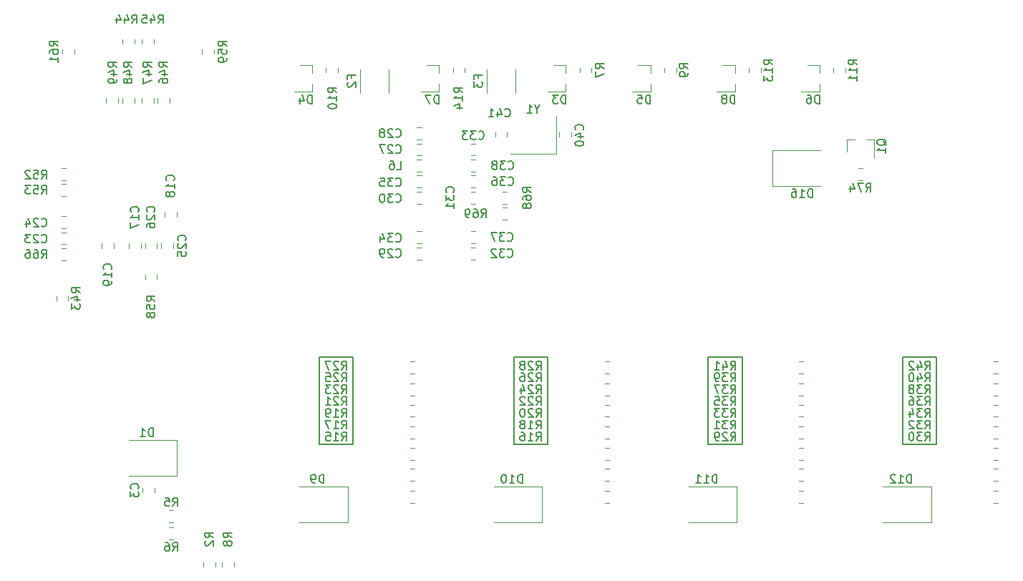
<source format=gbo>
G04 #@! TF.GenerationSoftware,KiCad,Pcbnew,5.0.2-bee76a0~70~ubuntu18.04.1*
G04 #@! TF.CreationDate,2019-04-28T14:18:51+03:00*
G04 #@! TF.ProjectId,LED_controller,4c45445f-636f-46e7-9472-6f6c6c65722e,rev?*
G04 #@! TF.SameCoordinates,Original*
G04 #@! TF.FileFunction,Legend,Bot*
G04 #@! TF.FilePolarity,Positive*
%FSLAX45Y45*%
G04 Gerber Fmt 4.5, Leading zero omitted, Abs format (unit mm)*
G04 Created by KiCad (PCBNEW 5.0.2-bee76a0~70~ubuntu18.04.1) date Вс 28 апр 2019 14:18:51*
%MOMM*%
%LPD*%
G01*
G04 APERTURE LIST*
%ADD10C,0.200000*%
%ADD11C,0.120000*%
%ADD12C,0.150000*%
G04 APERTURE END LIST*
D10*
X15800000Y-10220000D02*
X15800000Y-9200000D01*
X15800000Y-9200000D02*
X16200000Y-9200000D01*
X16200000Y-9200000D02*
X16200000Y-10220000D01*
X16200000Y-10230000D02*
X15800000Y-10230000D01*
X13500000Y-10220000D02*
X13500000Y-9200000D01*
X13500000Y-9200000D02*
X13900000Y-9200000D01*
X13900000Y-9200000D02*
X13900000Y-10220000D01*
X13900000Y-10230000D02*
X13500000Y-10230000D01*
X11200000Y-10220000D02*
X11200000Y-9200000D01*
X11200000Y-9200000D02*
X11600000Y-9200000D01*
X11600000Y-9200000D02*
X11600000Y-10220000D01*
X11600000Y-10230000D02*
X11200000Y-10230000D01*
X8900000Y-10220000D02*
X8900000Y-9200000D01*
X9300000Y-10230000D02*
X8900000Y-10230000D01*
X9300000Y-9200000D02*
X9300000Y-10220000D01*
X8900000Y-9200000D02*
X9300000Y-9200000D01*
D11*
G04 #@! TO.C,D16*
X14255000Y-7175000D02*
X14825000Y-7175000D01*
X14255000Y-6745000D02*
X14825000Y-6745000D01*
X14255000Y-7175000D02*
X14255000Y-6745000D01*
G04 #@! TO.C,Q1*
X15142000Y-6624000D02*
X15142000Y-6770000D01*
X15458000Y-6624000D02*
X15458000Y-6840000D01*
X15458000Y-6624000D02*
X15365000Y-6624000D01*
X15142000Y-6624000D02*
X15235000Y-6624000D01*
G04 #@! TO.C,R74*
X15273875Y-6959000D02*
X15326125Y-6959000D01*
X15273875Y-7101000D02*
X15326125Y-7101000D01*
G04 #@! TO.C,D7*
X10316000Y-5742000D02*
X10170000Y-5742000D01*
X10316000Y-6058000D02*
X10100000Y-6058000D01*
X10316000Y-6058000D02*
X10316000Y-5965000D01*
X10316000Y-5742000D02*
X10316000Y-5835000D01*
G04 #@! TO.C,R14*
X10621000Y-5773875D02*
X10621000Y-5826125D01*
X10479000Y-5773875D02*
X10479000Y-5826125D01*
G04 #@! TO.C,F3*
X11221000Y-5791375D02*
X11221000Y-6068625D01*
X10879000Y-5791375D02*
X10879000Y-6068625D01*
G04 #@! TO.C,D1*
X7215000Y-10175000D02*
X6645000Y-10175000D01*
X7215000Y-10605000D02*
X6645000Y-10605000D01*
X7215000Y-10175000D02*
X7215000Y-10605000D01*
G04 #@! TO.C,R8*
X7749000Y-11676125D02*
X7749000Y-11623875D01*
X7891000Y-11676125D02*
X7891000Y-11623875D01*
G04 #@! TO.C,C31*
X10746125Y-7381000D02*
X10693875Y-7381000D01*
X10746125Y-7239000D02*
X10693875Y-7239000D01*
G04 #@! TO.C,C41*
X10979000Y-6586125D02*
X10979000Y-6533875D01*
X11121000Y-6586125D02*
X11121000Y-6533875D01*
G04 #@! TO.C,C40*
X11881000Y-6533875D02*
X11881000Y-6586125D01*
X11739000Y-6533875D02*
X11739000Y-6586125D01*
G04 #@! TO.C,C3*
X6809000Y-10796125D02*
X6809000Y-10743875D01*
X6951000Y-10796125D02*
X6951000Y-10743875D01*
G04 #@! TO.C,C38*
X10746125Y-7001000D02*
X10693875Y-7001000D01*
X10746125Y-6859000D02*
X10693875Y-6859000D01*
G04 #@! TO.C,C37*
X10746125Y-7851000D02*
X10693875Y-7851000D01*
X10746125Y-7709000D02*
X10693875Y-7709000D01*
G04 #@! TO.C,C36*
X10746125Y-7191000D02*
X10693875Y-7191000D01*
X10746125Y-7049000D02*
X10693875Y-7049000D01*
G04 #@! TO.C,C35*
X10053875Y-7049000D02*
X10106125Y-7049000D01*
X10053875Y-7191000D02*
X10106125Y-7191000D01*
G04 #@! TO.C,C34*
X10053875Y-7709000D02*
X10106125Y-7709000D01*
X10053875Y-7851000D02*
X10106125Y-7851000D01*
G04 #@! TO.C,C33*
X10746125Y-6811000D02*
X10693875Y-6811000D01*
X10746125Y-6669000D02*
X10693875Y-6669000D01*
G04 #@! TO.C,C32*
X10746125Y-8041000D02*
X10693875Y-8041000D01*
X10746125Y-7899000D02*
X10693875Y-7899000D01*
G04 #@! TO.C,C27*
X10106125Y-6811000D02*
X10053875Y-6811000D01*
X10106125Y-6669000D02*
X10053875Y-6669000D01*
G04 #@! TO.C,C26*
X6839000Y-7906125D02*
X6839000Y-7853875D01*
X6981000Y-7906125D02*
X6981000Y-7853875D01*
G04 #@! TO.C,C25*
X7029000Y-7906125D02*
X7029000Y-7853875D01*
X7171000Y-7906125D02*
X7171000Y-7853875D01*
G04 #@! TO.C,C24*
X5906125Y-7671000D02*
X5853875Y-7671000D01*
X5906125Y-7529000D02*
X5853875Y-7529000D01*
G04 #@! TO.C,C23*
X5906125Y-7861000D02*
X5853875Y-7861000D01*
X5906125Y-7719000D02*
X5853875Y-7719000D01*
G04 #@! TO.C,C19*
X6329000Y-7906125D02*
X6329000Y-7853875D01*
X6471000Y-7906125D02*
X6471000Y-7853875D01*
G04 #@! TO.C,C18*
X7211000Y-7483875D02*
X7211000Y-7536125D01*
X7069000Y-7483875D02*
X7069000Y-7536125D01*
G04 #@! TO.C,C17*
X6649000Y-7906125D02*
X6649000Y-7853875D01*
X6791000Y-7906125D02*
X6791000Y-7853875D01*
G04 #@! TO.C,C30*
X10053875Y-7239000D02*
X10106125Y-7239000D01*
X10053875Y-7381000D02*
X10106125Y-7381000D01*
G04 #@! TO.C,C28*
X10106125Y-6621000D02*
X10053875Y-6621000D01*
X10106125Y-6479000D02*
X10053875Y-6479000D01*
G04 #@! TO.C,C29*
X10053875Y-7899000D02*
X10106125Y-7899000D01*
X10053875Y-8041000D02*
X10106125Y-8041000D01*
G04 #@! TO.C,Y1*
X11700000Y-6795000D02*
X11160000Y-6795000D01*
X11700000Y-6345000D02*
X11700000Y-6795000D01*
G04 #@! TO.C,D5*
X12816000Y-5742000D02*
X12670000Y-5742000D01*
X12816000Y-6058000D02*
X12600000Y-6058000D01*
X12816000Y-6058000D02*
X12816000Y-5965000D01*
X12816000Y-5742000D02*
X12816000Y-5835000D01*
G04 #@! TO.C,D8*
X13816000Y-5742000D02*
X13670000Y-5742000D01*
X13816000Y-6058000D02*
X13600000Y-6058000D01*
X13816000Y-6058000D02*
X13816000Y-5965000D01*
X13816000Y-5742000D02*
X13816000Y-5835000D01*
G04 #@! TO.C,D6*
X14816000Y-5742000D02*
X14670000Y-5742000D01*
X14816000Y-6058000D02*
X14600000Y-6058000D01*
X14816000Y-6058000D02*
X14816000Y-5965000D01*
X14816000Y-5742000D02*
X14816000Y-5835000D01*
G04 #@! TO.C,D4*
X8816000Y-5742000D02*
X8670000Y-5742000D01*
X8816000Y-6058000D02*
X8600000Y-6058000D01*
X8816000Y-6058000D02*
X8816000Y-5965000D01*
X8816000Y-5742000D02*
X8816000Y-5835000D01*
G04 #@! TO.C,D3*
X11816000Y-5742000D02*
X11670000Y-5742000D01*
X11816000Y-6058000D02*
X11600000Y-6058000D01*
X11816000Y-6058000D02*
X11816000Y-5965000D01*
X11816000Y-5742000D02*
X11816000Y-5835000D01*
G04 #@! TO.C,L6*
X10053875Y-6859000D02*
X10106125Y-6859000D01*
X10053875Y-7001000D02*
X10106125Y-7001000D01*
G04 #@! TO.C,R9*
X12979000Y-5826125D02*
X12979000Y-5773875D01*
X13121000Y-5826125D02*
X13121000Y-5773875D01*
G04 #@! TO.C,R2*
X7529000Y-11676125D02*
X7529000Y-11623875D01*
X7671000Y-11676125D02*
X7671000Y-11623875D01*
G04 #@! TO.C,R5*
X7176125Y-11151000D02*
X7123875Y-11151000D01*
X7176125Y-11009000D02*
X7123875Y-11009000D01*
G04 #@! TO.C,R6*
X7123875Y-11209000D02*
X7176125Y-11209000D01*
X7123875Y-11351000D02*
X7176125Y-11351000D01*
G04 #@! TO.C,R7*
X11979000Y-5826125D02*
X11979000Y-5773875D01*
X12121000Y-5826125D02*
X12121000Y-5773875D01*
G04 #@! TO.C,R10*
X9121000Y-5773875D02*
X9121000Y-5826125D01*
X8979000Y-5773875D02*
X8979000Y-5826125D01*
G04 #@! TO.C,R11*
X14979000Y-5826125D02*
X14979000Y-5773875D01*
X15121000Y-5826125D02*
X15121000Y-5773875D01*
G04 #@! TO.C,R13*
X13979000Y-5826125D02*
X13979000Y-5773875D01*
X14121000Y-5826125D02*
X14121000Y-5773875D01*
G04 #@! TO.C,R47*
X6799000Y-6186125D02*
X6799000Y-6133875D01*
X6941000Y-6186125D02*
X6941000Y-6133875D01*
G04 #@! TO.C,R68*
X11063875Y-7239000D02*
X11116125Y-7239000D01*
X11063875Y-7381000D02*
X11116125Y-7381000D01*
G04 #@! TO.C,R69*
X11063875Y-7429000D02*
X11116125Y-7429000D01*
X11063875Y-7571000D02*
X11116125Y-7571000D01*
G04 #@! TO.C,R45*
X6941000Y-5433875D02*
X6941000Y-5486125D01*
X6799000Y-5433875D02*
X6799000Y-5486125D01*
G04 #@! TO.C,R46*
X6989000Y-6186125D02*
X6989000Y-6133875D01*
X7131000Y-6186125D02*
X7131000Y-6133875D01*
G04 #@! TO.C,R43*
X5789000Y-8526125D02*
X5789000Y-8473875D01*
X5931000Y-8526125D02*
X5931000Y-8473875D01*
G04 #@! TO.C,R44*
X6711000Y-5433875D02*
X6711000Y-5486125D01*
X6569000Y-5433875D02*
X6569000Y-5486125D01*
G04 #@! TO.C,R49*
X6379000Y-6186125D02*
X6379000Y-6133875D01*
X6521000Y-6186125D02*
X6521000Y-6133875D01*
G04 #@! TO.C,R48*
X6569000Y-6186125D02*
X6569000Y-6133875D01*
X6711000Y-6186125D02*
X6711000Y-6133875D01*
G04 #@! TO.C,R52*
X5853875Y-6959000D02*
X5906125Y-6959000D01*
X5853875Y-7101000D02*
X5906125Y-7101000D01*
G04 #@! TO.C,R53*
X5853875Y-7149000D02*
X5906125Y-7149000D01*
X5853875Y-7291000D02*
X5906125Y-7291000D01*
G04 #@! TO.C,R58*
X6839000Y-8276125D02*
X6839000Y-8223875D01*
X6981000Y-8276125D02*
X6981000Y-8223875D01*
G04 #@! TO.C,R59*
X7651000Y-5553875D02*
X7651000Y-5606125D01*
X7509000Y-5553875D02*
X7509000Y-5606125D01*
G04 #@! TO.C,R61*
X6001000Y-5553875D02*
X6001000Y-5606125D01*
X5859000Y-5553875D02*
X5859000Y-5606125D01*
G04 #@! TO.C,R66*
X5906125Y-8051000D02*
X5853875Y-8051000D01*
X5906125Y-7909000D02*
X5853875Y-7909000D01*
G04 #@! TO.C,F2*
X9721000Y-5791375D02*
X9721000Y-6068625D01*
X9379000Y-5791375D02*
X9379000Y-6068625D01*
G04 #@! TO.C,R42*
X16926125Y-9391000D02*
X16873875Y-9391000D01*
X16926125Y-9249000D02*
X16873875Y-9249000D01*
G04 #@! TO.C,R36*
X16926125Y-10161000D02*
X16873875Y-10161000D01*
X16926125Y-10019000D02*
X16873875Y-10019000D01*
G04 #@! TO.C,R38*
X16926125Y-9901000D02*
X16873875Y-9901000D01*
X16926125Y-9759000D02*
X16873875Y-9759000D01*
G04 #@! TO.C,R40*
X16926125Y-9651000D02*
X16873875Y-9651000D01*
X16926125Y-9509000D02*
X16873875Y-9509000D01*
G04 #@! TO.C,D12*
X16135000Y-10725000D02*
X15565000Y-10725000D01*
X16135000Y-11155000D02*
X15565000Y-11155000D01*
X16135000Y-10725000D02*
X16135000Y-11155000D01*
G04 #@! TO.C,R34*
X16926125Y-10411000D02*
X16873875Y-10411000D01*
X16926125Y-10269000D02*
X16873875Y-10269000D01*
G04 #@! TO.C,R32*
X16926125Y-10661000D02*
X16873875Y-10661000D01*
X16926125Y-10519000D02*
X16873875Y-10519000D01*
G04 #@! TO.C,R30*
X16926125Y-10921000D02*
X16873875Y-10921000D01*
X16926125Y-10779000D02*
X16873875Y-10779000D01*
G04 #@! TO.C,R41*
X14626125Y-9391000D02*
X14573875Y-9391000D01*
X14626125Y-9249000D02*
X14573875Y-9249000D01*
G04 #@! TO.C,R35*
X14626125Y-10161000D02*
X14573875Y-10161000D01*
X14626125Y-10019000D02*
X14573875Y-10019000D01*
G04 #@! TO.C,R37*
X14626125Y-9901000D02*
X14573875Y-9901000D01*
X14626125Y-9759000D02*
X14573875Y-9759000D01*
G04 #@! TO.C,R39*
X14626125Y-9651000D02*
X14573875Y-9651000D01*
X14626125Y-9509000D02*
X14573875Y-9509000D01*
G04 #@! TO.C,D11*
X13835000Y-10725000D02*
X13265000Y-10725000D01*
X13835000Y-11155000D02*
X13265000Y-11155000D01*
X13835000Y-10725000D02*
X13835000Y-11155000D01*
G04 #@! TO.C,R33*
X14626125Y-10411000D02*
X14573875Y-10411000D01*
X14626125Y-10269000D02*
X14573875Y-10269000D01*
G04 #@! TO.C,R31*
X14626125Y-10661000D02*
X14573875Y-10661000D01*
X14626125Y-10519000D02*
X14573875Y-10519000D01*
G04 #@! TO.C,R29*
X14626125Y-10921000D02*
X14573875Y-10921000D01*
X14626125Y-10779000D02*
X14573875Y-10779000D01*
G04 #@! TO.C,R28*
X12326125Y-9391000D02*
X12273875Y-9391000D01*
X12326125Y-9249000D02*
X12273875Y-9249000D01*
G04 #@! TO.C,R22*
X12326125Y-10161000D02*
X12273875Y-10161000D01*
X12326125Y-10019000D02*
X12273875Y-10019000D01*
G04 #@! TO.C,R24*
X12326125Y-9901000D02*
X12273875Y-9901000D01*
X12326125Y-9759000D02*
X12273875Y-9759000D01*
G04 #@! TO.C,R26*
X12326125Y-9651000D02*
X12273875Y-9651000D01*
X12326125Y-9509000D02*
X12273875Y-9509000D01*
G04 #@! TO.C,D10*
X11535000Y-10725000D02*
X10965000Y-10725000D01*
X11535000Y-11155000D02*
X10965000Y-11155000D01*
X11535000Y-10725000D02*
X11535000Y-11155000D01*
G04 #@! TO.C,R20*
X12326125Y-10411000D02*
X12273875Y-10411000D01*
X12326125Y-10269000D02*
X12273875Y-10269000D01*
G04 #@! TO.C,R18*
X12326125Y-10661000D02*
X12273875Y-10661000D01*
X12326125Y-10519000D02*
X12273875Y-10519000D01*
G04 #@! TO.C,R16*
X12326125Y-10921000D02*
X12273875Y-10921000D01*
X12326125Y-10779000D02*
X12273875Y-10779000D01*
G04 #@! TO.C,D9*
X9235000Y-10725000D02*
X8665000Y-10725000D01*
X9235000Y-11155000D02*
X8665000Y-11155000D01*
X9235000Y-10725000D02*
X9235000Y-11155000D01*
G04 #@! TO.C,R15*
X10026125Y-10921000D02*
X9973875Y-10921000D01*
X10026125Y-10779000D02*
X9973875Y-10779000D01*
G04 #@! TO.C,R17*
X10026125Y-10661000D02*
X9973875Y-10661000D01*
X10026125Y-10519000D02*
X9973875Y-10519000D01*
G04 #@! TO.C,R19*
X10026125Y-10411000D02*
X9973875Y-10411000D01*
X10026125Y-10269000D02*
X9973875Y-10269000D01*
G04 #@! TO.C,R25*
X10026125Y-9651000D02*
X9973875Y-9651000D01*
X10026125Y-9509000D02*
X9973875Y-9509000D01*
G04 #@! TO.C,R23*
X10026125Y-9901000D02*
X9973875Y-9901000D01*
X10026125Y-9759000D02*
X9973875Y-9759000D01*
G04 #@! TO.C,R21*
X10026125Y-10161000D02*
X9973875Y-10161000D01*
X10026125Y-10019000D02*
X9973875Y-10019000D01*
G04 #@! TO.C,R27*
X10026125Y-9391000D02*
X9973875Y-9391000D01*
X10026125Y-9249000D02*
X9973875Y-9249000D01*
G04 #@! TO.C,D16*
D12*
X14731428Y-7305238D02*
X14731428Y-7205238D01*
X14707619Y-7205238D01*
X14693333Y-7210000D01*
X14683809Y-7219524D01*
X14679048Y-7229048D01*
X14674286Y-7248095D01*
X14674286Y-7262381D01*
X14679048Y-7281428D01*
X14683809Y-7290952D01*
X14693333Y-7300476D01*
X14707619Y-7305238D01*
X14731428Y-7305238D01*
X14579048Y-7305238D02*
X14636190Y-7305238D01*
X14607619Y-7305238D02*
X14607619Y-7205238D01*
X14617143Y-7219524D01*
X14626667Y-7229048D01*
X14636190Y-7233809D01*
X14493333Y-7205238D02*
X14512381Y-7205238D01*
X14521905Y-7210000D01*
X14526667Y-7214762D01*
X14536190Y-7229048D01*
X14540952Y-7248095D01*
X14540952Y-7286190D01*
X14536190Y-7295714D01*
X14531428Y-7300476D01*
X14521905Y-7305238D01*
X14502857Y-7305238D01*
X14493333Y-7300476D01*
X14488571Y-7295714D01*
X14483809Y-7286190D01*
X14483809Y-7262381D01*
X14488571Y-7252857D01*
X14493333Y-7248095D01*
X14502857Y-7243333D01*
X14521905Y-7243333D01*
X14531428Y-7248095D01*
X14536190Y-7252857D01*
X14540952Y-7262381D01*
G04 #@! TO.C,Q1*
X15604762Y-6690476D02*
X15600000Y-6680952D01*
X15590476Y-6671428D01*
X15576190Y-6657143D01*
X15571428Y-6647619D01*
X15571428Y-6638095D01*
X15595238Y-6642857D02*
X15590476Y-6633333D01*
X15580952Y-6623809D01*
X15561905Y-6619048D01*
X15528571Y-6619048D01*
X15509524Y-6623809D01*
X15500000Y-6633333D01*
X15495238Y-6642857D01*
X15495238Y-6661905D01*
X15500000Y-6671428D01*
X15509524Y-6680952D01*
X15528571Y-6685714D01*
X15561905Y-6685714D01*
X15580952Y-6680952D01*
X15590476Y-6671428D01*
X15595238Y-6661905D01*
X15595238Y-6642857D01*
X15595238Y-6780952D02*
X15595238Y-6723809D01*
X15595238Y-6752381D02*
X15495238Y-6752381D01*
X15509524Y-6742857D01*
X15519048Y-6733333D01*
X15523809Y-6723809D01*
G04 #@! TO.C,R74*
X15364286Y-7240238D02*
X15397619Y-7192619D01*
X15421428Y-7240238D02*
X15421428Y-7140238D01*
X15383333Y-7140238D01*
X15373809Y-7145000D01*
X15369048Y-7149762D01*
X15364286Y-7159286D01*
X15364286Y-7173571D01*
X15369048Y-7183095D01*
X15373809Y-7187857D01*
X15383333Y-7192619D01*
X15421428Y-7192619D01*
X15330952Y-7140238D02*
X15264286Y-7140238D01*
X15307143Y-7240238D01*
X15183333Y-7173571D02*
X15183333Y-7240238D01*
X15207143Y-7135476D02*
X15230952Y-7206905D01*
X15169048Y-7206905D01*
G04 #@! TO.C,D7*
X10313810Y-6195238D02*
X10313810Y-6095238D01*
X10290000Y-6095238D01*
X10275714Y-6100000D01*
X10266190Y-6109524D01*
X10261429Y-6119048D01*
X10256667Y-6138095D01*
X10256667Y-6152381D01*
X10261429Y-6171428D01*
X10266190Y-6180952D01*
X10275714Y-6190476D01*
X10290000Y-6195238D01*
X10313810Y-6195238D01*
X10223333Y-6095238D02*
X10156667Y-6095238D01*
X10199524Y-6195238D01*
G04 #@! TO.C,R14*
X10595238Y-6065714D02*
X10547619Y-6032381D01*
X10595238Y-6008571D02*
X10495238Y-6008571D01*
X10495238Y-6046667D01*
X10500000Y-6056190D01*
X10504762Y-6060952D01*
X10514286Y-6065714D01*
X10528571Y-6065714D01*
X10538095Y-6060952D01*
X10542857Y-6056190D01*
X10547619Y-6046667D01*
X10547619Y-6008571D01*
X10595238Y-6160952D02*
X10595238Y-6103809D01*
X10595238Y-6132381D02*
X10495238Y-6132381D01*
X10509524Y-6122857D01*
X10519048Y-6113333D01*
X10523810Y-6103809D01*
X10528571Y-6246667D02*
X10595238Y-6246667D01*
X10490476Y-6222857D02*
X10561905Y-6199048D01*
X10561905Y-6260952D01*
G04 #@! TO.C,F3*
X10777857Y-5896667D02*
X10777857Y-5863333D01*
X10830238Y-5863333D02*
X10730238Y-5863333D01*
X10730238Y-5910952D01*
X10730238Y-5939524D02*
X10730238Y-6001428D01*
X10768333Y-5968095D01*
X10768333Y-5982381D01*
X10773095Y-5991905D01*
X10777857Y-5996667D01*
X10787381Y-6001428D01*
X10811190Y-6001428D01*
X10820714Y-5996667D01*
X10825476Y-5991905D01*
X10830238Y-5982381D01*
X10830238Y-5953809D01*
X10825476Y-5944286D01*
X10820714Y-5939524D01*
G04 #@! TO.C,D1*
X6933809Y-10135238D02*
X6933809Y-10035238D01*
X6910000Y-10035238D01*
X6895714Y-10040000D01*
X6886190Y-10049524D01*
X6881428Y-10059048D01*
X6876667Y-10078095D01*
X6876667Y-10092381D01*
X6881428Y-10111429D01*
X6886190Y-10120952D01*
X6895714Y-10130476D01*
X6910000Y-10135238D01*
X6933809Y-10135238D01*
X6781428Y-10135238D02*
X6838571Y-10135238D01*
X6810000Y-10135238D02*
X6810000Y-10035238D01*
X6819524Y-10049524D01*
X6829048Y-10059048D01*
X6838571Y-10063810D01*
G04 #@! TO.C,R8*
X7865238Y-11333333D02*
X7817619Y-11300000D01*
X7865238Y-11276190D02*
X7765238Y-11276190D01*
X7765238Y-11314286D01*
X7770000Y-11323809D01*
X7774762Y-11328571D01*
X7784286Y-11333333D01*
X7798571Y-11333333D01*
X7808095Y-11328571D01*
X7812857Y-11323809D01*
X7817619Y-11314286D01*
X7817619Y-11276190D01*
X7808095Y-11390476D02*
X7803333Y-11380952D01*
X7798571Y-11376190D01*
X7789048Y-11371428D01*
X7784286Y-11371428D01*
X7774762Y-11376190D01*
X7770000Y-11380952D01*
X7765238Y-11390476D01*
X7765238Y-11409524D01*
X7770000Y-11419048D01*
X7774762Y-11423809D01*
X7784286Y-11428571D01*
X7789048Y-11428571D01*
X7798571Y-11423809D01*
X7803333Y-11419048D01*
X7808095Y-11409524D01*
X7808095Y-11390476D01*
X7812857Y-11380952D01*
X7817619Y-11376190D01*
X7827143Y-11371428D01*
X7846190Y-11371428D01*
X7855714Y-11376190D01*
X7860476Y-11380952D01*
X7865238Y-11390476D01*
X7865238Y-11409524D01*
X7860476Y-11419048D01*
X7855714Y-11423809D01*
X7846190Y-11428571D01*
X7827143Y-11428571D01*
X7817619Y-11423809D01*
X7812857Y-11419048D01*
X7808095Y-11409524D01*
G04 #@! TO.C,C31*
X10485714Y-7245714D02*
X10490476Y-7240952D01*
X10495238Y-7226667D01*
X10495238Y-7217143D01*
X10490476Y-7202857D01*
X10480952Y-7193333D01*
X10471429Y-7188571D01*
X10452381Y-7183809D01*
X10438095Y-7183809D01*
X10419048Y-7188571D01*
X10409524Y-7193333D01*
X10400000Y-7202857D01*
X10395238Y-7217143D01*
X10395238Y-7226667D01*
X10400000Y-7240952D01*
X10404762Y-7245714D01*
X10395238Y-7279048D02*
X10395238Y-7340952D01*
X10433333Y-7307619D01*
X10433333Y-7321905D01*
X10438095Y-7331428D01*
X10442857Y-7336190D01*
X10452381Y-7340952D01*
X10476190Y-7340952D01*
X10485714Y-7336190D01*
X10490476Y-7331428D01*
X10495238Y-7321905D01*
X10495238Y-7293333D01*
X10490476Y-7283809D01*
X10485714Y-7279048D01*
X10495238Y-7436190D02*
X10495238Y-7379048D01*
X10495238Y-7407619D02*
X10395238Y-7407619D01*
X10409524Y-7398095D01*
X10419048Y-7388571D01*
X10423810Y-7379048D01*
G04 #@! TO.C,C41*
X11094286Y-6345714D02*
X11099048Y-6350476D01*
X11113333Y-6355238D01*
X11122857Y-6355238D01*
X11137143Y-6350476D01*
X11146667Y-6340952D01*
X11151429Y-6331428D01*
X11156190Y-6312381D01*
X11156190Y-6298095D01*
X11151429Y-6279048D01*
X11146667Y-6269524D01*
X11137143Y-6260000D01*
X11122857Y-6255238D01*
X11113333Y-6255238D01*
X11099048Y-6260000D01*
X11094286Y-6264762D01*
X11008571Y-6288571D02*
X11008571Y-6355238D01*
X11032381Y-6250476D02*
X11056190Y-6321905D01*
X10994286Y-6321905D01*
X10903810Y-6355238D02*
X10960952Y-6355238D01*
X10932381Y-6355238D02*
X10932381Y-6255238D01*
X10941905Y-6269524D01*
X10951429Y-6279048D01*
X10960952Y-6283809D01*
G04 #@! TO.C,C40*
X12015714Y-6505714D02*
X12020476Y-6500952D01*
X12025238Y-6486667D01*
X12025238Y-6477143D01*
X12020476Y-6462857D01*
X12010952Y-6453333D01*
X12001428Y-6448571D01*
X11982381Y-6443809D01*
X11968095Y-6443809D01*
X11949048Y-6448571D01*
X11939524Y-6453333D01*
X11930000Y-6462857D01*
X11925238Y-6477143D01*
X11925238Y-6486667D01*
X11930000Y-6500952D01*
X11934762Y-6505714D01*
X11958571Y-6591428D02*
X12025238Y-6591428D01*
X11920476Y-6567619D02*
X11991905Y-6543809D01*
X11991905Y-6605714D01*
X11925238Y-6662857D02*
X11925238Y-6672381D01*
X11930000Y-6681905D01*
X11934762Y-6686667D01*
X11944286Y-6691428D01*
X11963333Y-6696190D01*
X11987143Y-6696190D01*
X12006190Y-6691428D01*
X12015714Y-6686667D01*
X12020476Y-6681905D01*
X12025238Y-6672381D01*
X12025238Y-6662857D01*
X12020476Y-6653333D01*
X12015714Y-6648571D01*
X12006190Y-6643809D01*
X11987143Y-6639048D01*
X11963333Y-6639048D01*
X11944286Y-6643809D01*
X11934762Y-6648571D01*
X11930000Y-6653333D01*
X11925238Y-6662857D01*
G04 #@! TO.C,C3*
X6755714Y-10753333D02*
X6760476Y-10748571D01*
X6765238Y-10734286D01*
X6765238Y-10724762D01*
X6760476Y-10710476D01*
X6750952Y-10700952D01*
X6741428Y-10696190D01*
X6722381Y-10691429D01*
X6708095Y-10691429D01*
X6689048Y-10696190D01*
X6679524Y-10700952D01*
X6670000Y-10710476D01*
X6665238Y-10724762D01*
X6665238Y-10734286D01*
X6670000Y-10748571D01*
X6674762Y-10753333D01*
X6665238Y-10786667D02*
X6665238Y-10848571D01*
X6703333Y-10815238D01*
X6703333Y-10829524D01*
X6708095Y-10839048D01*
X6712857Y-10843810D01*
X6722381Y-10848571D01*
X6746190Y-10848571D01*
X6755714Y-10843810D01*
X6760476Y-10839048D01*
X6765238Y-10829524D01*
X6765238Y-10800952D01*
X6760476Y-10791429D01*
X6755714Y-10786667D01*
G04 #@! TO.C,C38*
X11134286Y-6965714D02*
X11139048Y-6970476D01*
X11153333Y-6975238D01*
X11162857Y-6975238D01*
X11177143Y-6970476D01*
X11186667Y-6960952D01*
X11191428Y-6951428D01*
X11196190Y-6932381D01*
X11196190Y-6918095D01*
X11191428Y-6899048D01*
X11186667Y-6889524D01*
X11177143Y-6880000D01*
X11162857Y-6875238D01*
X11153333Y-6875238D01*
X11139048Y-6880000D01*
X11134286Y-6884762D01*
X11100952Y-6875238D02*
X11039048Y-6875238D01*
X11072381Y-6913333D01*
X11058095Y-6913333D01*
X11048571Y-6918095D01*
X11043810Y-6922857D01*
X11039048Y-6932381D01*
X11039048Y-6956190D01*
X11043810Y-6965714D01*
X11048571Y-6970476D01*
X11058095Y-6975238D01*
X11086667Y-6975238D01*
X11096190Y-6970476D01*
X11100952Y-6965714D01*
X10981905Y-6918095D02*
X10991429Y-6913333D01*
X10996190Y-6908571D01*
X11000952Y-6899048D01*
X11000952Y-6894286D01*
X10996190Y-6884762D01*
X10991429Y-6880000D01*
X10981905Y-6875238D01*
X10962857Y-6875238D01*
X10953333Y-6880000D01*
X10948571Y-6884762D01*
X10943810Y-6894286D01*
X10943810Y-6899048D01*
X10948571Y-6908571D01*
X10953333Y-6913333D01*
X10962857Y-6918095D01*
X10981905Y-6918095D01*
X10991429Y-6922857D01*
X10996190Y-6927619D01*
X11000952Y-6937143D01*
X11000952Y-6956190D01*
X10996190Y-6965714D01*
X10991429Y-6970476D01*
X10981905Y-6975238D01*
X10962857Y-6975238D01*
X10953333Y-6970476D01*
X10948571Y-6965714D01*
X10943810Y-6956190D01*
X10943810Y-6937143D01*
X10948571Y-6927619D01*
X10953333Y-6922857D01*
X10962857Y-6918095D01*
G04 #@! TO.C,C37*
X11124286Y-7815714D02*
X11129048Y-7820476D01*
X11143333Y-7825238D01*
X11152857Y-7825238D01*
X11167143Y-7820476D01*
X11176667Y-7810952D01*
X11181429Y-7801428D01*
X11186190Y-7782381D01*
X11186190Y-7768095D01*
X11181429Y-7749048D01*
X11176667Y-7739524D01*
X11167143Y-7730000D01*
X11152857Y-7725238D01*
X11143333Y-7725238D01*
X11129048Y-7730000D01*
X11124286Y-7734762D01*
X11090952Y-7725238D02*
X11029048Y-7725238D01*
X11062381Y-7763333D01*
X11048095Y-7763333D01*
X11038571Y-7768095D01*
X11033810Y-7772857D01*
X11029048Y-7782381D01*
X11029048Y-7806190D01*
X11033810Y-7815714D01*
X11038571Y-7820476D01*
X11048095Y-7825238D01*
X11076667Y-7825238D01*
X11086190Y-7820476D01*
X11090952Y-7815714D01*
X10995714Y-7725238D02*
X10929048Y-7725238D01*
X10971905Y-7825238D01*
G04 #@! TO.C,C36*
X11134286Y-7155714D02*
X11139048Y-7160476D01*
X11153333Y-7165238D01*
X11162857Y-7165238D01*
X11177143Y-7160476D01*
X11186667Y-7150952D01*
X11191428Y-7141428D01*
X11196190Y-7122381D01*
X11196190Y-7108095D01*
X11191428Y-7089048D01*
X11186667Y-7079524D01*
X11177143Y-7070000D01*
X11162857Y-7065238D01*
X11153333Y-7065238D01*
X11139048Y-7070000D01*
X11134286Y-7074762D01*
X11100952Y-7065238D02*
X11039048Y-7065238D01*
X11072381Y-7103333D01*
X11058095Y-7103333D01*
X11048571Y-7108095D01*
X11043810Y-7112857D01*
X11039048Y-7122381D01*
X11039048Y-7146190D01*
X11043810Y-7155714D01*
X11048571Y-7160476D01*
X11058095Y-7165238D01*
X11086667Y-7165238D01*
X11096190Y-7160476D01*
X11100952Y-7155714D01*
X10953333Y-7065238D02*
X10972381Y-7065238D01*
X10981905Y-7070000D01*
X10986667Y-7074762D01*
X10996190Y-7089048D01*
X11000952Y-7108095D01*
X11000952Y-7146190D01*
X10996190Y-7155714D01*
X10991429Y-7160476D01*
X10981905Y-7165238D01*
X10962857Y-7165238D01*
X10953333Y-7160476D01*
X10948571Y-7155714D01*
X10943810Y-7146190D01*
X10943810Y-7122381D01*
X10948571Y-7112857D01*
X10953333Y-7108095D01*
X10962857Y-7103333D01*
X10981905Y-7103333D01*
X10991429Y-7108095D01*
X10996190Y-7112857D01*
X11000952Y-7122381D01*
G04 #@! TO.C,C35*
X9804286Y-7165714D02*
X9809048Y-7170476D01*
X9823333Y-7175238D01*
X9832857Y-7175238D01*
X9847143Y-7170476D01*
X9856667Y-7160952D01*
X9861429Y-7151428D01*
X9866190Y-7132381D01*
X9866190Y-7118095D01*
X9861429Y-7099048D01*
X9856667Y-7089524D01*
X9847143Y-7080000D01*
X9832857Y-7075238D01*
X9823333Y-7075238D01*
X9809048Y-7080000D01*
X9804286Y-7084762D01*
X9770952Y-7075238D02*
X9709048Y-7075238D01*
X9742381Y-7113333D01*
X9728095Y-7113333D01*
X9718571Y-7118095D01*
X9713810Y-7122857D01*
X9709048Y-7132381D01*
X9709048Y-7156190D01*
X9713810Y-7165714D01*
X9718571Y-7170476D01*
X9728095Y-7175238D01*
X9756667Y-7175238D01*
X9766190Y-7170476D01*
X9770952Y-7165714D01*
X9618571Y-7075238D02*
X9666190Y-7075238D01*
X9670952Y-7122857D01*
X9666190Y-7118095D01*
X9656667Y-7113333D01*
X9632857Y-7113333D01*
X9623333Y-7118095D01*
X9618571Y-7122857D01*
X9613810Y-7132381D01*
X9613810Y-7156190D01*
X9618571Y-7165714D01*
X9623333Y-7170476D01*
X9632857Y-7175238D01*
X9656667Y-7175238D01*
X9666190Y-7170476D01*
X9670952Y-7165714D01*
G04 #@! TO.C,C34*
X9804286Y-7825714D02*
X9809048Y-7830476D01*
X9823333Y-7835238D01*
X9832857Y-7835238D01*
X9847143Y-7830476D01*
X9856667Y-7820952D01*
X9861429Y-7811428D01*
X9866190Y-7792381D01*
X9866190Y-7778095D01*
X9861429Y-7759048D01*
X9856667Y-7749524D01*
X9847143Y-7740000D01*
X9832857Y-7735238D01*
X9823333Y-7735238D01*
X9809048Y-7740000D01*
X9804286Y-7744762D01*
X9770952Y-7735238D02*
X9709048Y-7735238D01*
X9742381Y-7773333D01*
X9728095Y-7773333D01*
X9718571Y-7778095D01*
X9713810Y-7782857D01*
X9709048Y-7792381D01*
X9709048Y-7816190D01*
X9713810Y-7825714D01*
X9718571Y-7830476D01*
X9728095Y-7835238D01*
X9756667Y-7835238D01*
X9766190Y-7830476D01*
X9770952Y-7825714D01*
X9623333Y-7768571D02*
X9623333Y-7835238D01*
X9647143Y-7730476D02*
X9670952Y-7801905D01*
X9609048Y-7801905D01*
G04 #@! TO.C,C33*
X10784286Y-6610714D02*
X10789048Y-6615476D01*
X10803333Y-6620238D01*
X10812857Y-6620238D01*
X10827143Y-6615476D01*
X10836667Y-6605952D01*
X10841429Y-6596428D01*
X10846190Y-6577381D01*
X10846190Y-6563095D01*
X10841429Y-6544048D01*
X10836667Y-6534524D01*
X10827143Y-6525000D01*
X10812857Y-6520238D01*
X10803333Y-6520238D01*
X10789048Y-6525000D01*
X10784286Y-6529762D01*
X10750952Y-6520238D02*
X10689048Y-6520238D01*
X10722381Y-6558333D01*
X10708095Y-6558333D01*
X10698571Y-6563095D01*
X10693810Y-6567857D01*
X10689048Y-6577381D01*
X10689048Y-6601190D01*
X10693810Y-6610714D01*
X10698571Y-6615476D01*
X10708095Y-6620238D01*
X10736667Y-6620238D01*
X10746190Y-6615476D01*
X10750952Y-6610714D01*
X10655714Y-6520238D02*
X10593810Y-6520238D01*
X10627143Y-6558333D01*
X10612857Y-6558333D01*
X10603333Y-6563095D01*
X10598571Y-6567857D01*
X10593810Y-6577381D01*
X10593810Y-6601190D01*
X10598571Y-6610714D01*
X10603333Y-6615476D01*
X10612857Y-6620238D01*
X10641429Y-6620238D01*
X10650952Y-6615476D01*
X10655714Y-6610714D01*
G04 #@! TO.C,C32*
X11124286Y-8005714D02*
X11129048Y-8010476D01*
X11143333Y-8015238D01*
X11152857Y-8015238D01*
X11167143Y-8010476D01*
X11176667Y-8000952D01*
X11181429Y-7991428D01*
X11186190Y-7972381D01*
X11186190Y-7958095D01*
X11181429Y-7939048D01*
X11176667Y-7929524D01*
X11167143Y-7920000D01*
X11152857Y-7915238D01*
X11143333Y-7915238D01*
X11129048Y-7920000D01*
X11124286Y-7924762D01*
X11090952Y-7915238D02*
X11029048Y-7915238D01*
X11062381Y-7953333D01*
X11048095Y-7953333D01*
X11038571Y-7958095D01*
X11033810Y-7962857D01*
X11029048Y-7972381D01*
X11029048Y-7996190D01*
X11033810Y-8005714D01*
X11038571Y-8010476D01*
X11048095Y-8015238D01*
X11076667Y-8015238D01*
X11086190Y-8010476D01*
X11090952Y-8005714D01*
X10990952Y-7924762D02*
X10986190Y-7920000D01*
X10976667Y-7915238D01*
X10952857Y-7915238D01*
X10943333Y-7920000D01*
X10938571Y-7924762D01*
X10933810Y-7934286D01*
X10933810Y-7943809D01*
X10938571Y-7958095D01*
X10995714Y-8015238D01*
X10933810Y-8015238D01*
G04 #@! TO.C,C27*
X9804286Y-6775714D02*
X9809048Y-6780476D01*
X9823333Y-6785238D01*
X9832857Y-6785238D01*
X9847143Y-6780476D01*
X9856667Y-6770952D01*
X9861429Y-6761428D01*
X9866190Y-6742381D01*
X9866190Y-6728095D01*
X9861429Y-6709048D01*
X9856667Y-6699524D01*
X9847143Y-6690000D01*
X9832857Y-6685238D01*
X9823333Y-6685238D01*
X9809048Y-6690000D01*
X9804286Y-6694762D01*
X9766190Y-6694762D02*
X9761429Y-6690000D01*
X9751905Y-6685238D01*
X9728095Y-6685238D01*
X9718571Y-6690000D01*
X9713810Y-6694762D01*
X9709048Y-6704286D01*
X9709048Y-6713809D01*
X9713810Y-6728095D01*
X9770952Y-6785238D01*
X9709048Y-6785238D01*
X9675714Y-6685238D02*
X9609048Y-6685238D01*
X9651905Y-6785238D01*
G04 #@! TO.C,C26*
X6945714Y-7475714D02*
X6950476Y-7470952D01*
X6955238Y-7456667D01*
X6955238Y-7447143D01*
X6950476Y-7432857D01*
X6940952Y-7423333D01*
X6931428Y-7418571D01*
X6912381Y-7413809D01*
X6898095Y-7413809D01*
X6879048Y-7418571D01*
X6869524Y-7423333D01*
X6860000Y-7432857D01*
X6855238Y-7447143D01*
X6855238Y-7456667D01*
X6860000Y-7470952D01*
X6864762Y-7475714D01*
X6864762Y-7513809D02*
X6860000Y-7518571D01*
X6855238Y-7528095D01*
X6855238Y-7551905D01*
X6860000Y-7561428D01*
X6864762Y-7566190D01*
X6874286Y-7570952D01*
X6883809Y-7570952D01*
X6898095Y-7566190D01*
X6955238Y-7509048D01*
X6955238Y-7570952D01*
X6855238Y-7656667D02*
X6855238Y-7637619D01*
X6860000Y-7628095D01*
X6864762Y-7623333D01*
X6879048Y-7613809D01*
X6898095Y-7609048D01*
X6936190Y-7609048D01*
X6945714Y-7613809D01*
X6950476Y-7618571D01*
X6955238Y-7628095D01*
X6955238Y-7647143D01*
X6950476Y-7656667D01*
X6945714Y-7661428D01*
X6936190Y-7666190D01*
X6912381Y-7666190D01*
X6902857Y-7661428D01*
X6898095Y-7656667D01*
X6893333Y-7647143D01*
X6893333Y-7628095D01*
X6898095Y-7618571D01*
X6902857Y-7613809D01*
X6912381Y-7609048D01*
G04 #@! TO.C,C25*
X7315714Y-7815714D02*
X7320476Y-7810952D01*
X7325238Y-7796667D01*
X7325238Y-7787143D01*
X7320476Y-7772857D01*
X7310952Y-7763333D01*
X7301428Y-7758571D01*
X7282381Y-7753809D01*
X7268095Y-7753809D01*
X7249048Y-7758571D01*
X7239524Y-7763333D01*
X7230000Y-7772857D01*
X7225238Y-7787143D01*
X7225238Y-7796667D01*
X7230000Y-7810952D01*
X7234762Y-7815714D01*
X7234762Y-7853809D02*
X7230000Y-7858571D01*
X7225238Y-7868095D01*
X7225238Y-7891905D01*
X7230000Y-7901428D01*
X7234762Y-7906190D01*
X7244286Y-7910952D01*
X7253809Y-7910952D01*
X7268095Y-7906190D01*
X7325238Y-7849048D01*
X7325238Y-7910952D01*
X7225238Y-8001428D02*
X7225238Y-7953809D01*
X7272857Y-7949048D01*
X7268095Y-7953809D01*
X7263333Y-7963333D01*
X7263333Y-7987143D01*
X7268095Y-7996667D01*
X7272857Y-8001428D01*
X7282381Y-8006190D01*
X7306190Y-8006190D01*
X7315714Y-8001428D01*
X7320476Y-7996667D01*
X7325238Y-7987143D01*
X7325238Y-7963333D01*
X7320476Y-7953809D01*
X7315714Y-7949048D01*
G04 #@! TO.C,C24*
X5614286Y-7645714D02*
X5619048Y-7650476D01*
X5633333Y-7655238D01*
X5642857Y-7655238D01*
X5657143Y-7650476D01*
X5666667Y-7640952D01*
X5671428Y-7631428D01*
X5676190Y-7612381D01*
X5676190Y-7598095D01*
X5671428Y-7579048D01*
X5666667Y-7569524D01*
X5657143Y-7560000D01*
X5642857Y-7555238D01*
X5633333Y-7555238D01*
X5619048Y-7560000D01*
X5614286Y-7564762D01*
X5576190Y-7564762D02*
X5571429Y-7560000D01*
X5561905Y-7555238D01*
X5538095Y-7555238D01*
X5528571Y-7560000D01*
X5523810Y-7564762D01*
X5519048Y-7574286D01*
X5519048Y-7583809D01*
X5523810Y-7598095D01*
X5580952Y-7655238D01*
X5519048Y-7655238D01*
X5433333Y-7588571D02*
X5433333Y-7655238D01*
X5457143Y-7550476D02*
X5480952Y-7621905D01*
X5419048Y-7621905D01*
G04 #@! TO.C,C23*
X5614286Y-7835714D02*
X5619048Y-7840476D01*
X5633333Y-7845238D01*
X5642857Y-7845238D01*
X5657143Y-7840476D01*
X5666667Y-7830952D01*
X5671428Y-7821428D01*
X5676190Y-7802381D01*
X5676190Y-7788095D01*
X5671428Y-7769048D01*
X5666667Y-7759524D01*
X5657143Y-7750000D01*
X5642857Y-7745238D01*
X5633333Y-7745238D01*
X5619048Y-7750000D01*
X5614286Y-7754762D01*
X5576190Y-7754762D02*
X5571429Y-7750000D01*
X5561905Y-7745238D01*
X5538095Y-7745238D01*
X5528571Y-7750000D01*
X5523810Y-7754762D01*
X5519048Y-7764286D01*
X5519048Y-7773809D01*
X5523810Y-7788095D01*
X5580952Y-7845238D01*
X5519048Y-7845238D01*
X5485714Y-7745238D02*
X5423810Y-7745238D01*
X5457143Y-7783333D01*
X5442857Y-7783333D01*
X5433333Y-7788095D01*
X5428571Y-7792857D01*
X5423810Y-7802381D01*
X5423810Y-7826190D01*
X5428571Y-7835714D01*
X5433333Y-7840476D01*
X5442857Y-7845238D01*
X5471429Y-7845238D01*
X5480952Y-7840476D01*
X5485714Y-7835714D01*
G04 #@! TO.C,C19*
X6435714Y-8155714D02*
X6440476Y-8150952D01*
X6445238Y-8136667D01*
X6445238Y-8127143D01*
X6440476Y-8112857D01*
X6430952Y-8103333D01*
X6421428Y-8098571D01*
X6402381Y-8093809D01*
X6388095Y-8093809D01*
X6369048Y-8098571D01*
X6359524Y-8103333D01*
X6350000Y-8112857D01*
X6345238Y-8127143D01*
X6345238Y-8136667D01*
X6350000Y-8150952D01*
X6354762Y-8155714D01*
X6445238Y-8250952D02*
X6445238Y-8193809D01*
X6445238Y-8222381D02*
X6345238Y-8222381D01*
X6359524Y-8212857D01*
X6369048Y-8203333D01*
X6373809Y-8193809D01*
X6445238Y-8298571D02*
X6445238Y-8317619D01*
X6440476Y-8327143D01*
X6435714Y-8331905D01*
X6421428Y-8341428D01*
X6402381Y-8346190D01*
X6364286Y-8346190D01*
X6354762Y-8341428D01*
X6350000Y-8336667D01*
X6345238Y-8327143D01*
X6345238Y-8308095D01*
X6350000Y-8298571D01*
X6354762Y-8293809D01*
X6364286Y-8289048D01*
X6388095Y-8289048D01*
X6397619Y-8293809D01*
X6402381Y-8298571D01*
X6407143Y-8308095D01*
X6407143Y-8327143D01*
X6402381Y-8336667D01*
X6397619Y-8341428D01*
X6388095Y-8346190D01*
G04 #@! TO.C,C18*
X7175714Y-7105714D02*
X7180476Y-7100952D01*
X7185238Y-7086667D01*
X7185238Y-7077143D01*
X7180476Y-7062857D01*
X7170952Y-7053333D01*
X7161428Y-7048571D01*
X7142381Y-7043809D01*
X7128095Y-7043809D01*
X7109048Y-7048571D01*
X7099524Y-7053333D01*
X7090000Y-7062857D01*
X7085238Y-7077143D01*
X7085238Y-7086667D01*
X7090000Y-7100952D01*
X7094762Y-7105714D01*
X7185238Y-7200952D02*
X7185238Y-7143809D01*
X7185238Y-7172381D02*
X7085238Y-7172381D01*
X7099524Y-7162857D01*
X7109048Y-7153333D01*
X7113809Y-7143809D01*
X7128095Y-7258095D02*
X7123333Y-7248571D01*
X7118571Y-7243809D01*
X7109048Y-7239048D01*
X7104286Y-7239048D01*
X7094762Y-7243809D01*
X7090000Y-7248571D01*
X7085238Y-7258095D01*
X7085238Y-7277143D01*
X7090000Y-7286667D01*
X7094762Y-7291428D01*
X7104286Y-7296190D01*
X7109048Y-7296190D01*
X7118571Y-7291428D01*
X7123333Y-7286667D01*
X7128095Y-7277143D01*
X7128095Y-7258095D01*
X7132857Y-7248571D01*
X7137619Y-7243809D01*
X7147143Y-7239048D01*
X7166190Y-7239048D01*
X7175714Y-7243809D01*
X7180476Y-7248571D01*
X7185238Y-7258095D01*
X7185238Y-7277143D01*
X7180476Y-7286667D01*
X7175714Y-7291428D01*
X7166190Y-7296190D01*
X7147143Y-7296190D01*
X7137619Y-7291428D01*
X7132857Y-7286667D01*
X7128095Y-7277143D01*
G04 #@! TO.C,C17*
X6755714Y-7475714D02*
X6760476Y-7470952D01*
X6765238Y-7456667D01*
X6765238Y-7447143D01*
X6760476Y-7432857D01*
X6750952Y-7423333D01*
X6741428Y-7418571D01*
X6722381Y-7413809D01*
X6708095Y-7413809D01*
X6689048Y-7418571D01*
X6679524Y-7423333D01*
X6670000Y-7432857D01*
X6665238Y-7447143D01*
X6665238Y-7456667D01*
X6670000Y-7470952D01*
X6674762Y-7475714D01*
X6765238Y-7570952D02*
X6765238Y-7513809D01*
X6765238Y-7542381D02*
X6665238Y-7542381D01*
X6679524Y-7532857D01*
X6689048Y-7523333D01*
X6693809Y-7513809D01*
X6665238Y-7604286D02*
X6665238Y-7670952D01*
X6765238Y-7628095D01*
G04 #@! TO.C,C30*
X9804286Y-7355714D02*
X9809048Y-7360476D01*
X9823333Y-7365238D01*
X9832857Y-7365238D01*
X9847143Y-7360476D01*
X9856667Y-7350952D01*
X9861429Y-7341428D01*
X9866190Y-7322381D01*
X9866190Y-7308095D01*
X9861429Y-7289048D01*
X9856667Y-7279524D01*
X9847143Y-7270000D01*
X9832857Y-7265238D01*
X9823333Y-7265238D01*
X9809048Y-7270000D01*
X9804286Y-7274762D01*
X9770952Y-7265238D02*
X9709048Y-7265238D01*
X9742381Y-7303333D01*
X9728095Y-7303333D01*
X9718571Y-7308095D01*
X9713810Y-7312857D01*
X9709048Y-7322381D01*
X9709048Y-7346190D01*
X9713810Y-7355714D01*
X9718571Y-7360476D01*
X9728095Y-7365238D01*
X9756667Y-7365238D01*
X9766190Y-7360476D01*
X9770952Y-7355714D01*
X9647143Y-7265238D02*
X9637619Y-7265238D01*
X9628095Y-7270000D01*
X9623333Y-7274762D01*
X9618571Y-7284286D01*
X9613810Y-7303333D01*
X9613810Y-7327143D01*
X9618571Y-7346190D01*
X9623333Y-7355714D01*
X9628095Y-7360476D01*
X9637619Y-7365238D01*
X9647143Y-7365238D01*
X9656667Y-7360476D01*
X9661429Y-7355714D01*
X9666190Y-7346190D01*
X9670952Y-7327143D01*
X9670952Y-7303333D01*
X9666190Y-7284286D01*
X9661429Y-7274762D01*
X9656667Y-7270000D01*
X9647143Y-7265238D01*
G04 #@! TO.C,C28*
X9804286Y-6585714D02*
X9809048Y-6590476D01*
X9823333Y-6595238D01*
X9832857Y-6595238D01*
X9847143Y-6590476D01*
X9856667Y-6580952D01*
X9861429Y-6571428D01*
X9866190Y-6552381D01*
X9866190Y-6538095D01*
X9861429Y-6519048D01*
X9856667Y-6509524D01*
X9847143Y-6500000D01*
X9832857Y-6495238D01*
X9823333Y-6495238D01*
X9809048Y-6500000D01*
X9804286Y-6504762D01*
X9766190Y-6504762D02*
X9761429Y-6500000D01*
X9751905Y-6495238D01*
X9728095Y-6495238D01*
X9718571Y-6500000D01*
X9713810Y-6504762D01*
X9709048Y-6514286D01*
X9709048Y-6523809D01*
X9713810Y-6538095D01*
X9770952Y-6595238D01*
X9709048Y-6595238D01*
X9651905Y-6538095D02*
X9661429Y-6533333D01*
X9666190Y-6528571D01*
X9670952Y-6519048D01*
X9670952Y-6514286D01*
X9666190Y-6504762D01*
X9661429Y-6500000D01*
X9651905Y-6495238D01*
X9632857Y-6495238D01*
X9623333Y-6500000D01*
X9618571Y-6504762D01*
X9613810Y-6514286D01*
X9613810Y-6519048D01*
X9618571Y-6528571D01*
X9623333Y-6533333D01*
X9632857Y-6538095D01*
X9651905Y-6538095D01*
X9661429Y-6542857D01*
X9666190Y-6547619D01*
X9670952Y-6557143D01*
X9670952Y-6576190D01*
X9666190Y-6585714D01*
X9661429Y-6590476D01*
X9651905Y-6595238D01*
X9632857Y-6595238D01*
X9623333Y-6590476D01*
X9618571Y-6585714D01*
X9613810Y-6576190D01*
X9613810Y-6557143D01*
X9618571Y-6547619D01*
X9623333Y-6542857D01*
X9632857Y-6538095D01*
G04 #@! TO.C,C29*
X9804286Y-8005714D02*
X9809048Y-8010476D01*
X9823333Y-8015238D01*
X9832857Y-8015238D01*
X9847143Y-8010476D01*
X9856667Y-8000952D01*
X9861429Y-7991428D01*
X9866190Y-7972381D01*
X9866190Y-7958095D01*
X9861429Y-7939048D01*
X9856667Y-7929524D01*
X9847143Y-7920000D01*
X9832857Y-7915238D01*
X9823333Y-7915238D01*
X9809048Y-7920000D01*
X9804286Y-7924762D01*
X9766190Y-7924762D02*
X9761429Y-7920000D01*
X9751905Y-7915238D01*
X9728095Y-7915238D01*
X9718571Y-7920000D01*
X9713810Y-7924762D01*
X9709048Y-7934286D01*
X9709048Y-7943809D01*
X9713810Y-7958095D01*
X9770952Y-8015238D01*
X9709048Y-8015238D01*
X9661429Y-8015238D02*
X9642381Y-8015238D01*
X9632857Y-8010476D01*
X9628095Y-8005714D01*
X9618571Y-7991428D01*
X9613810Y-7972381D01*
X9613810Y-7934286D01*
X9618571Y-7924762D01*
X9623333Y-7920000D01*
X9632857Y-7915238D01*
X9651905Y-7915238D01*
X9661429Y-7920000D01*
X9666190Y-7924762D01*
X9670952Y-7934286D01*
X9670952Y-7958095D01*
X9666190Y-7967619D01*
X9661429Y-7972381D01*
X9651905Y-7977143D01*
X9632857Y-7977143D01*
X9623333Y-7972381D01*
X9618571Y-7967619D01*
X9613810Y-7958095D01*
G04 #@! TO.C,Y1*
X11477619Y-6262619D02*
X11477619Y-6310238D01*
X11510952Y-6210238D02*
X11477619Y-6262619D01*
X11444286Y-6210238D01*
X11358571Y-6310238D02*
X11415714Y-6310238D01*
X11387143Y-6310238D02*
X11387143Y-6210238D01*
X11396667Y-6224524D01*
X11406190Y-6234048D01*
X11415714Y-6238809D01*
G04 #@! TO.C,D5*
X12813809Y-6195238D02*
X12813809Y-6095238D01*
X12790000Y-6095238D01*
X12775714Y-6100000D01*
X12766190Y-6109524D01*
X12761428Y-6119048D01*
X12756667Y-6138095D01*
X12756667Y-6152381D01*
X12761428Y-6171428D01*
X12766190Y-6180952D01*
X12775714Y-6190476D01*
X12790000Y-6195238D01*
X12813809Y-6195238D01*
X12666190Y-6095238D02*
X12713809Y-6095238D01*
X12718571Y-6142857D01*
X12713809Y-6138095D01*
X12704286Y-6133333D01*
X12680476Y-6133333D01*
X12670952Y-6138095D01*
X12666190Y-6142857D01*
X12661428Y-6152381D01*
X12661428Y-6176190D01*
X12666190Y-6185714D01*
X12670952Y-6190476D01*
X12680476Y-6195238D01*
X12704286Y-6195238D01*
X12713809Y-6190476D01*
X12718571Y-6185714D01*
G04 #@! TO.C,D8*
X13813809Y-6195238D02*
X13813809Y-6095238D01*
X13790000Y-6095238D01*
X13775714Y-6100000D01*
X13766190Y-6109524D01*
X13761428Y-6119048D01*
X13756667Y-6138095D01*
X13756667Y-6152381D01*
X13761428Y-6171428D01*
X13766190Y-6180952D01*
X13775714Y-6190476D01*
X13790000Y-6195238D01*
X13813809Y-6195238D01*
X13699524Y-6138095D02*
X13709048Y-6133333D01*
X13713809Y-6128571D01*
X13718571Y-6119048D01*
X13718571Y-6114286D01*
X13713809Y-6104762D01*
X13709048Y-6100000D01*
X13699524Y-6095238D01*
X13680476Y-6095238D01*
X13670952Y-6100000D01*
X13666190Y-6104762D01*
X13661428Y-6114286D01*
X13661428Y-6119048D01*
X13666190Y-6128571D01*
X13670952Y-6133333D01*
X13680476Y-6138095D01*
X13699524Y-6138095D01*
X13709048Y-6142857D01*
X13713809Y-6147619D01*
X13718571Y-6157143D01*
X13718571Y-6176190D01*
X13713809Y-6185714D01*
X13709048Y-6190476D01*
X13699524Y-6195238D01*
X13680476Y-6195238D01*
X13670952Y-6190476D01*
X13666190Y-6185714D01*
X13661428Y-6176190D01*
X13661428Y-6157143D01*
X13666190Y-6147619D01*
X13670952Y-6142857D01*
X13680476Y-6138095D01*
G04 #@! TO.C,D6*
X14813809Y-6195238D02*
X14813809Y-6095238D01*
X14790000Y-6095238D01*
X14775714Y-6100000D01*
X14766190Y-6109524D01*
X14761428Y-6119048D01*
X14756667Y-6138095D01*
X14756667Y-6152381D01*
X14761428Y-6171428D01*
X14766190Y-6180952D01*
X14775714Y-6190476D01*
X14790000Y-6195238D01*
X14813809Y-6195238D01*
X14670952Y-6095238D02*
X14690000Y-6095238D01*
X14699524Y-6100000D01*
X14704286Y-6104762D01*
X14713809Y-6119048D01*
X14718571Y-6138095D01*
X14718571Y-6176190D01*
X14713809Y-6185714D01*
X14709048Y-6190476D01*
X14699524Y-6195238D01*
X14680476Y-6195238D01*
X14670952Y-6190476D01*
X14666190Y-6185714D01*
X14661428Y-6176190D01*
X14661428Y-6152381D01*
X14666190Y-6142857D01*
X14670952Y-6138095D01*
X14680476Y-6133333D01*
X14699524Y-6133333D01*
X14709048Y-6138095D01*
X14713809Y-6142857D01*
X14718571Y-6152381D01*
G04 #@! TO.C,D4*
X8813810Y-6195238D02*
X8813810Y-6095238D01*
X8790000Y-6095238D01*
X8775714Y-6100000D01*
X8766190Y-6109524D01*
X8761429Y-6119048D01*
X8756667Y-6138095D01*
X8756667Y-6152381D01*
X8761429Y-6171428D01*
X8766190Y-6180952D01*
X8775714Y-6190476D01*
X8790000Y-6195238D01*
X8813810Y-6195238D01*
X8670952Y-6128571D02*
X8670952Y-6195238D01*
X8694762Y-6090476D02*
X8718571Y-6161905D01*
X8656667Y-6161905D01*
G04 #@! TO.C,D3*
X11813809Y-6195238D02*
X11813809Y-6095238D01*
X11790000Y-6095238D01*
X11775714Y-6100000D01*
X11766190Y-6109524D01*
X11761428Y-6119048D01*
X11756667Y-6138095D01*
X11756667Y-6152381D01*
X11761428Y-6171428D01*
X11766190Y-6180952D01*
X11775714Y-6190476D01*
X11790000Y-6195238D01*
X11813809Y-6195238D01*
X11723333Y-6095238D02*
X11661428Y-6095238D01*
X11694762Y-6133333D01*
X11680476Y-6133333D01*
X11670952Y-6138095D01*
X11666190Y-6142857D01*
X11661428Y-6152381D01*
X11661428Y-6176190D01*
X11666190Y-6185714D01*
X11670952Y-6190476D01*
X11680476Y-6195238D01*
X11709048Y-6195238D01*
X11718571Y-6190476D01*
X11723333Y-6185714D01*
G04 #@! TO.C,L6*
X9816667Y-6975238D02*
X9864286Y-6975238D01*
X9864286Y-6875238D01*
X9740476Y-6875238D02*
X9759524Y-6875238D01*
X9769048Y-6880000D01*
X9773810Y-6884762D01*
X9783333Y-6899048D01*
X9788095Y-6918095D01*
X9788095Y-6956190D01*
X9783333Y-6965714D01*
X9778571Y-6970476D01*
X9769048Y-6975238D01*
X9750000Y-6975238D01*
X9740476Y-6970476D01*
X9735714Y-6965714D01*
X9730952Y-6956190D01*
X9730952Y-6932381D01*
X9735714Y-6922857D01*
X9740476Y-6918095D01*
X9750000Y-6913333D01*
X9769048Y-6913333D01*
X9778571Y-6918095D01*
X9783333Y-6922857D01*
X9788095Y-6932381D01*
G04 #@! TO.C,R9*
X13260238Y-5783333D02*
X13212619Y-5750000D01*
X13260238Y-5726190D02*
X13160238Y-5726190D01*
X13160238Y-5764286D01*
X13165000Y-5773809D01*
X13169762Y-5778571D01*
X13179286Y-5783333D01*
X13193571Y-5783333D01*
X13203095Y-5778571D01*
X13207857Y-5773809D01*
X13212619Y-5764286D01*
X13212619Y-5726190D01*
X13260238Y-5830952D02*
X13260238Y-5850000D01*
X13255476Y-5859524D01*
X13250714Y-5864286D01*
X13236428Y-5873809D01*
X13217381Y-5878571D01*
X13179286Y-5878571D01*
X13169762Y-5873809D01*
X13165000Y-5869048D01*
X13160238Y-5859524D01*
X13160238Y-5840476D01*
X13165000Y-5830952D01*
X13169762Y-5826190D01*
X13179286Y-5821428D01*
X13203095Y-5821428D01*
X13212619Y-5826190D01*
X13217381Y-5830952D01*
X13222143Y-5840476D01*
X13222143Y-5859524D01*
X13217381Y-5869048D01*
X13212619Y-5873809D01*
X13203095Y-5878571D01*
G04 #@! TO.C,R2*
X7645238Y-11333333D02*
X7597619Y-11300000D01*
X7645238Y-11276190D02*
X7545238Y-11276190D01*
X7545238Y-11314286D01*
X7550000Y-11323809D01*
X7554762Y-11328571D01*
X7564286Y-11333333D01*
X7578571Y-11333333D01*
X7588095Y-11328571D01*
X7592857Y-11323809D01*
X7597619Y-11314286D01*
X7597619Y-11276190D01*
X7554762Y-11371428D02*
X7550000Y-11376190D01*
X7545238Y-11385714D01*
X7545238Y-11409524D01*
X7550000Y-11419048D01*
X7554762Y-11423809D01*
X7564286Y-11428571D01*
X7573809Y-11428571D01*
X7588095Y-11423809D01*
X7645238Y-11366667D01*
X7645238Y-11428571D01*
G04 #@! TO.C,R5*
X7166667Y-10960238D02*
X7200000Y-10912619D01*
X7223809Y-10960238D02*
X7223809Y-10860238D01*
X7185714Y-10860238D01*
X7176190Y-10865000D01*
X7171428Y-10869762D01*
X7166667Y-10879286D01*
X7166667Y-10893571D01*
X7171428Y-10903095D01*
X7176190Y-10907857D01*
X7185714Y-10912619D01*
X7223809Y-10912619D01*
X7076190Y-10860238D02*
X7123809Y-10860238D01*
X7128571Y-10907857D01*
X7123809Y-10903095D01*
X7114286Y-10898333D01*
X7090476Y-10898333D01*
X7080952Y-10903095D01*
X7076190Y-10907857D01*
X7071428Y-10917381D01*
X7071428Y-10941190D01*
X7076190Y-10950714D01*
X7080952Y-10955476D01*
X7090476Y-10960238D01*
X7114286Y-10960238D01*
X7123809Y-10955476D01*
X7128571Y-10950714D01*
G04 #@! TO.C,R6*
X7166667Y-11490238D02*
X7200000Y-11442619D01*
X7223809Y-11490238D02*
X7223809Y-11390238D01*
X7185714Y-11390238D01*
X7176190Y-11395000D01*
X7171428Y-11399762D01*
X7166667Y-11409286D01*
X7166667Y-11423571D01*
X7171428Y-11433095D01*
X7176190Y-11437857D01*
X7185714Y-11442619D01*
X7223809Y-11442619D01*
X7080952Y-11390238D02*
X7100000Y-11390238D01*
X7109524Y-11395000D01*
X7114286Y-11399762D01*
X7123809Y-11414048D01*
X7128571Y-11433095D01*
X7128571Y-11471190D01*
X7123809Y-11480714D01*
X7119048Y-11485476D01*
X7109524Y-11490238D01*
X7090476Y-11490238D01*
X7080952Y-11485476D01*
X7076190Y-11480714D01*
X7071428Y-11471190D01*
X7071428Y-11447381D01*
X7076190Y-11437857D01*
X7080952Y-11433095D01*
X7090476Y-11428333D01*
X7109524Y-11428333D01*
X7119048Y-11433095D01*
X7123809Y-11437857D01*
X7128571Y-11447381D01*
G04 #@! TO.C,R7*
X12265238Y-5783333D02*
X12217619Y-5750000D01*
X12265238Y-5726190D02*
X12165238Y-5726190D01*
X12165238Y-5764286D01*
X12170000Y-5773809D01*
X12174762Y-5778571D01*
X12184286Y-5783333D01*
X12198571Y-5783333D01*
X12208095Y-5778571D01*
X12212857Y-5773809D01*
X12217619Y-5764286D01*
X12217619Y-5726190D01*
X12165238Y-5816667D02*
X12165238Y-5883333D01*
X12265238Y-5840476D01*
G04 #@! TO.C,R10*
X9105238Y-6065714D02*
X9057619Y-6032381D01*
X9105238Y-6008571D02*
X9005238Y-6008571D01*
X9005238Y-6046667D01*
X9010000Y-6056190D01*
X9014762Y-6060952D01*
X9024286Y-6065714D01*
X9038571Y-6065714D01*
X9048095Y-6060952D01*
X9052857Y-6056190D01*
X9057619Y-6046667D01*
X9057619Y-6008571D01*
X9105238Y-6160952D02*
X9105238Y-6103809D01*
X9105238Y-6132381D02*
X9005238Y-6132381D01*
X9019524Y-6122857D01*
X9029048Y-6113333D01*
X9033810Y-6103809D01*
X9005238Y-6222857D02*
X9005238Y-6232381D01*
X9010000Y-6241905D01*
X9014762Y-6246667D01*
X9024286Y-6251428D01*
X9043333Y-6256190D01*
X9067143Y-6256190D01*
X9086190Y-6251428D01*
X9095714Y-6246667D01*
X9100476Y-6241905D01*
X9105238Y-6232381D01*
X9105238Y-6222857D01*
X9100476Y-6213333D01*
X9095714Y-6208571D01*
X9086190Y-6203809D01*
X9067143Y-6199048D01*
X9043333Y-6199048D01*
X9024286Y-6203809D01*
X9014762Y-6208571D01*
X9010000Y-6213333D01*
X9005238Y-6222857D01*
G04 #@! TO.C,R11*
X15260238Y-5735714D02*
X15212619Y-5702381D01*
X15260238Y-5678571D02*
X15160238Y-5678571D01*
X15160238Y-5716667D01*
X15165000Y-5726190D01*
X15169762Y-5730952D01*
X15179286Y-5735714D01*
X15193571Y-5735714D01*
X15203095Y-5730952D01*
X15207857Y-5726190D01*
X15212619Y-5716667D01*
X15212619Y-5678571D01*
X15260238Y-5830952D02*
X15260238Y-5773809D01*
X15260238Y-5802381D02*
X15160238Y-5802381D01*
X15174524Y-5792857D01*
X15184048Y-5783333D01*
X15188809Y-5773809D01*
X15260238Y-5926190D02*
X15260238Y-5869048D01*
X15260238Y-5897619D02*
X15160238Y-5897619D01*
X15174524Y-5888095D01*
X15184048Y-5878571D01*
X15188809Y-5869048D01*
G04 #@! TO.C,R13*
X14260238Y-5735714D02*
X14212619Y-5702381D01*
X14260238Y-5678571D02*
X14160238Y-5678571D01*
X14160238Y-5716667D01*
X14165000Y-5726190D01*
X14169762Y-5730952D01*
X14179286Y-5735714D01*
X14193571Y-5735714D01*
X14203095Y-5730952D01*
X14207857Y-5726190D01*
X14212619Y-5716667D01*
X14212619Y-5678571D01*
X14260238Y-5830952D02*
X14260238Y-5773809D01*
X14260238Y-5802381D02*
X14160238Y-5802381D01*
X14174524Y-5792857D01*
X14184048Y-5783333D01*
X14188809Y-5773809D01*
X14160238Y-5864286D02*
X14160238Y-5926190D01*
X14198333Y-5892857D01*
X14198333Y-5907143D01*
X14203095Y-5916667D01*
X14207857Y-5921428D01*
X14217381Y-5926190D01*
X14241190Y-5926190D01*
X14250714Y-5921428D01*
X14255476Y-5916667D01*
X14260238Y-5907143D01*
X14260238Y-5878571D01*
X14255476Y-5869048D01*
X14250714Y-5864286D01*
G04 #@! TO.C,R47*
X6915238Y-5765714D02*
X6867619Y-5732381D01*
X6915238Y-5708571D02*
X6815238Y-5708571D01*
X6815238Y-5746667D01*
X6820000Y-5756190D01*
X6824762Y-5760952D01*
X6834286Y-5765714D01*
X6848571Y-5765714D01*
X6858095Y-5760952D01*
X6862857Y-5756190D01*
X6867619Y-5746667D01*
X6867619Y-5708571D01*
X6848571Y-5851428D02*
X6915238Y-5851428D01*
X6810476Y-5827619D02*
X6881905Y-5803809D01*
X6881905Y-5865714D01*
X6815238Y-5894286D02*
X6815238Y-5960952D01*
X6915238Y-5918095D01*
G04 #@! TO.C,R68*
X11405238Y-7245714D02*
X11357619Y-7212381D01*
X11405238Y-7188571D02*
X11305238Y-7188571D01*
X11305238Y-7226667D01*
X11310000Y-7236190D01*
X11314762Y-7240952D01*
X11324286Y-7245714D01*
X11338571Y-7245714D01*
X11348095Y-7240952D01*
X11352857Y-7236190D01*
X11357619Y-7226667D01*
X11357619Y-7188571D01*
X11305238Y-7331428D02*
X11305238Y-7312381D01*
X11310000Y-7302857D01*
X11314762Y-7298095D01*
X11329048Y-7288571D01*
X11348095Y-7283809D01*
X11386190Y-7283809D01*
X11395714Y-7288571D01*
X11400476Y-7293333D01*
X11405238Y-7302857D01*
X11405238Y-7321905D01*
X11400476Y-7331428D01*
X11395714Y-7336190D01*
X11386190Y-7340952D01*
X11362381Y-7340952D01*
X11352857Y-7336190D01*
X11348095Y-7331428D01*
X11343333Y-7321905D01*
X11343333Y-7302857D01*
X11348095Y-7293333D01*
X11352857Y-7288571D01*
X11362381Y-7283809D01*
X11348095Y-7398095D02*
X11343333Y-7388571D01*
X11338571Y-7383809D01*
X11329048Y-7379048D01*
X11324286Y-7379048D01*
X11314762Y-7383809D01*
X11310000Y-7388571D01*
X11305238Y-7398095D01*
X11305238Y-7417143D01*
X11310000Y-7426667D01*
X11314762Y-7431428D01*
X11324286Y-7436190D01*
X11329048Y-7436190D01*
X11338571Y-7431428D01*
X11343333Y-7426667D01*
X11348095Y-7417143D01*
X11348095Y-7398095D01*
X11352857Y-7388571D01*
X11357619Y-7383809D01*
X11367143Y-7379048D01*
X11386190Y-7379048D01*
X11395714Y-7383809D01*
X11400476Y-7388571D01*
X11405238Y-7398095D01*
X11405238Y-7417143D01*
X11400476Y-7426667D01*
X11395714Y-7431428D01*
X11386190Y-7436190D01*
X11367143Y-7436190D01*
X11357619Y-7431428D01*
X11352857Y-7426667D01*
X11348095Y-7417143D01*
G04 #@! TO.C,R69*
X10814286Y-7545238D02*
X10847619Y-7497619D01*
X10871429Y-7545238D02*
X10871429Y-7445238D01*
X10833333Y-7445238D01*
X10823810Y-7450000D01*
X10819048Y-7454762D01*
X10814286Y-7464286D01*
X10814286Y-7478571D01*
X10819048Y-7488095D01*
X10823810Y-7492857D01*
X10833333Y-7497619D01*
X10871429Y-7497619D01*
X10728571Y-7445238D02*
X10747619Y-7445238D01*
X10757143Y-7450000D01*
X10761905Y-7454762D01*
X10771429Y-7469048D01*
X10776190Y-7488095D01*
X10776190Y-7526190D01*
X10771429Y-7535714D01*
X10766667Y-7540476D01*
X10757143Y-7545238D01*
X10738095Y-7545238D01*
X10728571Y-7540476D01*
X10723810Y-7535714D01*
X10719048Y-7526190D01*
X10719048Y-7502381D01*
X10723810Y-7492857D01*
X10728571Y-7488095D01*
X10738095Y-7483333D01*
X10757143Y-7483333D01*
X10766667Y-7488095D01*
X10771429Y-7492857D01*
X10776190Y-7502381D01*
X10671429Y-7545238D02*
X10652381Y-7545238D01*
X10642857Y-7540476D01*
X10638095Y-7535714D01*
X10628571Y-7521428D01*
X10623810Y-7502381D01*
X10623810Y-7464286D01*
X10628571Y-7454762D01*
X10633333Y-7450000D01*
X10642857Y-7445238D01*
X10661905Y-7445238D01*
X10671429Y-7450000D01*
X10676190Y-7454762D01*
X10680952Y-7464286D01*
X10680952Y-7488095D01*
X10676190Y-7497619D01*
X10671429Y-7502381D01*
X10661905Y-7507143D01*
X10642857Y-7507143D01*
X10633333Y-7502381D01*
X10628571Y-7497619D01*
X10623810Y-7488095D01*
G04 #@! TO.C,R45*
X6994286Y-5245238D02*
X7027619Y-5197619D01*
X7051428Y-5245238D02*
X7051428Y-5145238D01*
X7013333Y-5145238D01*
X7003809Y-5150000D01*
X6999048Y-5154762D01*
X6994286Y-5164286D01*
X6994286Y-5178571D01*
X6999048Y-5188095D01*
X7003809Y-5192857D01*
X7013333Y-5197619D01*
X7051428Y-5197619D01*
X6908571Y-5178571D02*
X6908571Y-5245238D01*
X6932381Y-5140476D02*
X6956190Y-5211905D01*
X6894286Y-5211905D01*
X6808571Y-5145238D02*
X6856190Y-5145238D01*
X6860952Y-5192857D01*
X6856190Y-5188095D01*
X6846667Y-5183333D01*
X6822857Y-5183333D01*
X6813333Y-5188095D01*
X6808571Y-5192857D01*
X6803809Y-5202381D01*
X6803809Y-5226190D01*
X6808571Y-5235714D01*
X6813333Y-5240476D01*
X6822857Y-5245238D01*
X6846667Y-5245238D01*
X6856190Y-5240476D01*
X6860952Y-5235714D01*
G04 #@! TO.C,R46*
X7105238Y-5765714D02*
X7057619Y-5732381D01*
X7105238Y-5708571D02*
X7005238Y-5708571D01*
X7005238Y-5746667D01*
X7010000Y-5756190D01*
X7014762Y-5760952D01*
X7024286Y-5765714D01*
X7038571Y-5765714D01*
X7048095Y-5760952D01*
X7052857Y-5756190D01*
X7057619Y-5746667D01*
X7057619Y-5708571D01*
X7038571Y-5851428D02*
X7105238Y-5851428D01*
X7000476Y-5827619D02*
X7071905Y-5803809D01*
X7071905Y-5865714D01*
X7005238Y-5946667D02*
X7005238Y-5927619D01*
X7010000Y-5918095D01*
X7014762Y-5913333D01*
X7029048Y-5903809D01*
X7048095Y-5899048D01*
X7086190Y-5899048D01*
X7095714Y-5903809D01*
X7100476Y-5908571D01*
X7105238Y-5918095D01*
X7105238Y-5937143D01*
X7100476Y-5946667D01*
X7095714Y-5951428D01*
X7086190Y-5956190D01*
X7062381Y-5956190D01*
X7052857Y-5951428D01*
X7048095Y-5946667D01*
X7043333Y-5937143D01*
X7043333Y-5918095D01*
X7048095Y-5908571D01*
X7052857Y-5903809D01*
X7062381Y-5899048D01*
G04 #@! TO.C,R43*
X6070238Y-8435714D02*
X6022619Y-8402381D01*
X6070238Y-8378571D02*
X5970238Y-8378571D01*
X5970238Y-8416667D01*
X5975000Y-8426190D01*
X5979762Y-8430952D01*
X5989286Y-8435714D01*
X6003571Y-8435714D01*
X6013095Y-8430952D01*
X6017857Y-8426190D01*
X6022619Y-8416667D01*
X6022619Y-8378571D01*
X6003571Y-8521429D02*
X6070238Y-8521429D01*
X5965476Y-8497619D02*
X6036905Y-8473810D01*
X6036905Y-8535714D01*
X5970238Y-8564286D02*
X5970238Y-8626190D01*
X6008333Y-8592857D01*
X6008333Y-8607143D01*
X6013095Y-8616667D01*
X6017857Y-8621429D01*
X6027381Y-8626190D01*
X6051190Y-8626190D01*
X6060714Y-8621429D01*
X6065476Y-8616667D01*
X6070238Y-8607143D01*
X6070238Y-8578571D01*
X6065476Y-8569048D01*
X6060714Y-8564286D01*
G04 #@! TO.C,R44*
X6684286Y-5245238D02*
X6717619Y-5197619D01*
X6741428Y-5245238D02*
X6741428Y-5145238D01*
X6703333Y-5145238D01*
X6693809Y-5150000D01*
X6689048Y-5154762D01*
X6684286Y-5164286D01*
X6684286Y-5178571D01*
X6689048Y-5188095D01*
X6693809Y-5192857D01*
X6703333Y-5197619D01*
X6741428Y-5197619D01*
X6598571Y-5178571D02*
X6598571Y-5245238D01*
X6622381Y-5140476D02*
X6646190Y-5211905D01*
X6584286Y-5211905D01*
X6503333Y-5178571D02*
X6503333Y-5245238D01*
X6527143Y-5140476D02*
X6550952Y-5211905D01*
X6489048Y-5211905D01*
G04 #@! TO.C,R49*
X6505238Y-5765714D02*
X6457619Y-5732381D01*
X6505238Y-5708571D02*
X6405238Y-5708571D01*
X6405238Y-5746667D01*
X6410000Y-5756190D01*
X6414762Y-5760952D01*
X6424286Y-5765714D01*
X6438571Y-5765714D01*
X6448095Y-5760952D01*
X6452857Y-5756190D01*
X6457619Y-5746667D01*
X6457619Y-5708571D01*
X6438571Y-5851428D02*
X6505238Y-5851428D01*
X6400476Y-5827619D02*
X6471905Y-5803809D01*
X6471905Y-5865714D01*
X6505238Y-5908571D02*
X6505238Y-5927619D01*
X6500476Y-5937143D01*
X6495714Y-5941905D01*
X6481428Y-5951428D01*
X6462381Y-5956190D01*
X6424286Y-5956190D01*
X6414762Y-5951428D01*
X6410000Y-5946667D01*
X6405238Y-5937143D01*
X6405238Y-5918095D01*
X6410000Y-5908571D01*
X6414762Y-5903809D01*
X6424286Y-5899048D01*
X6448095Y-5899048D01*
X6457619Y-5903809D01*
X6462381Y-5908571D01*
X6467143Y-5918095D01*
X6467143Y-5937143D01*
X6462381Y-5946667D01*
X6457619Y-5951428D01*
X6448095Y-5956190D01*
G04 #@! TO.C,R48*
X6685238Y-5765714D02*
X6637619Y-5732381D01*
X6685238Y-5708571D02*
X6585238Y-5708571D01*
X6585238Y-5746667D01*
X6590000Y-5756190D01*
X6594762Y-5760952D01*
X6604286Y-5765714D01*
X6618571Y-5765714D01*
X6628095Y-5760952D01*
X6632857Y-5756190D01*
X6637619Y-5746667D01*
X6637619Y-5708571D01*
X6618571Y-5851428D02*
X6685238Y-5851428D01*
X6580476Y-5827619D02*
X6651905Y-5803809D01*
X6651905Y-5865714D01*
X6628095Y-5918095D02*
X6623333Y-5908571D01*
X6618571Y-5903809D01*
X6609048Y-5899048D01*
X6604286Y-5899048D01*
X6594762Y-5903809D01*
X6590000Y-5908571D01*
X6585238Y-5918095D01*
X6585238Y-5937143D01*
X6590000Y-5946667D01*
X6594762Y-5951428D01*
X6604286Y-5956190D01*
X6609048Y-5956190D01*
X6618571Y-5951428D01*
X6623333Y-5946667D01*
X6628095Y-5937143D01*
X6628095Y-5918095D01*
X6632857Y-5908571D01*
X6637619Y-5903809D01*
X6647143Y-5899048D01*
X6666190Y-5899048D01*
X6675714Y-5903809D01*
X6680476Y-5908571D01*
X6685238Y-5918095D01*
X6685238Y-5937143D01*
X6680476Y-5946667D01*
X6675714Y-5951428D01*
X6666190Y-5956190D01*
X6647143Y-5956190D01*
X6637619Y-5951428D01*
X6632857Y-5946667D01*
X6628095Y-5937143D01*
G04 #@! TO.C,R52*
X5614286Y-7085238D02*
X5647619Y-7037619D01*
X5671428Y-7085238D02*
X5671428Y-6985238D01*
X5633333Y-6985238D01*
X5623809Y-6990000D01*
X5619048Y-6994762D01*
X5614286Y-7004286D01*
X5614286Y-7018571D01*
X5619048Y-7028095D01*
X5623809Y-7032857D01*
X5633333Y-7037619D01*
X5671428Y-7037619D01*
X5523810Y-6985238D02*
X5571429Y-6985238D01*
X5576190Y-7032857D01*
X5571429Y-7028095D01*
X5561905Y-7023333D01*
X5538095Y-7023333D01*
X5528571Y-7028095D01*
X5523810Y-7032857D01*
X5519048Y-7042381D01*
X5519048Y-7066190D01*
X5523810Y-7075714D01*
X5528571Y-7080476D01*
X5538095Y-7085238D01*
X5561905Y-7085238D01*
X5571429Y-7080476D01*
X5576190Y-7075714D01*
X5480952Y-6994762D02*
X5476190Y-6990000D01*
X5466667Y-6985238D01*
X5442857Y-6985238D01*
X5433333Y-6990000D01*
X5428571Y-6994762D01*
X5423810Y-7004286D01*
X5423810Y-7013809D01*
X5428571Y-7028095D01*
X5485714Y-7085238D01*
X5423810Y-7085238D01*
G04 #@! TO.C,R53*
X5614286Y-7265238D02*
X5647619Y-7217619D01*
X5671428Y-7265238D02*
X5671428Y-7165238D01*
X5633333Y-7165238D01*
X5623809Y-7170000D01*
X5619048Y-7174762D01*
X5614286Y-7184286D01*
X5614286Y-7198571D01*
X5619048Y-7208095D01*
X5623809Y-7212857D01*
X5633333Y-7217619D01*
X5671428Y-7217619D01*
X5523810Y-7165238D02*
X5571429Y-7165238D01*
X5576190Y-7212857D01*
X5571429Y-7208095D01*
X5561905Y-7203333D01*
X5538095Y-7203333D01*
X5528571Y-7208095D01*
X5523810Y-7212857D01*
X5519048Y-7222381D01*
X5519048Y-7246190D01*
X5523810Y-7255714D01*
X5528571Y-7260476D01*
X5538095Y-7265238D01*
X5561905Y-7265238D01*
X5571429Y-7260476D01*
X5576190Y-7255714D01*
X5485714Y-7165238D02*
X5423810Y-7165238D01*
X5457143Y-7203333D01*
X5442857Y-7203333D01*
X5433333Y-7208095D01*
X5428571Y-7212857D01*
X5423810Y-7222381D01*
X5423810Y-7246190D01*
X5428571Y-7255714D01*
X5433333Y-7260476D01*
X5442857Y-7265238D01*
X5471429Y-7265238D01*
X5480952Y-7260476D01*
X5485714Y-7255714D01*
G04 #@! TO.C,R58*
X6955238Y-8535714D02*
X6907619Y-8502381D01*
X6955238Y-8478571D02*
X6855238Y-8478571D01*
X6855238Y-8516667D01*
X6860000Y-8526190D01*
X6864762Y-8530952D01*
X6874286Y-8535714D01*
X6888571Y-8535714D01*
X6898095Y-8530952D01*
X6902857Y-8526190D01*
X6907619Y-8516667D01*
X6907619Y-8478571D01*
X6855238Y-8626190D02*
X6855238Y-8578571D01*
X6902857Y-8573810D01*
X6898095Y-8578571D01*
X6893333Y-8588095D01*
X6893333Y-8611905D01*
X6898095Y-8621429D01*
X6902857Y-8626190D01*
X6912381Y-8630952D01*
X6936190Y-8630952D01*
X6945714Y-8626190D01*
X6950476Y-8621429D01*
X6955238Y-8611905D01*
X6955238Y-8588095D01*
X6950476Y-8578571D01*
X6945714Y-8573810D01*
X6898095Y-8688095D02*
X6893333Y-8678571D01*
X6888571Y-8673810D01*
X6879048Y-8669048D01*
X6874286Y-8669048D01*
X6864762Y-8673810D01*
X6860000Y-8678571D01*
X6855238Y-8688095D01*
X6855238Y-8707143D01*
X6860000Y-8716667D01*
X6864762Y-8721429D01*
X6874286Y-8726190D01*
X6879048Y-8726190D01*
X6888571Y-8721429D01*
X6893333Y-8716667D01*
X6898095Y-8707143D01*
X6898095Y-8688095D01*
X6902857Y-8678571D01*
X6907619Y-8673810D01*
X6917143Y-8669048D01*
X6936190Y-8669048D01*
X6945714Y-8673810D01*
X6950476Y-8678571D01*
X6955238Y-8688095D01*
X6955238Y-8707143D01*
X6950476Y-8716667D01*
X6945714Y-8721429D01*
X6936190Y-8726190D01*
X6917143Y-8726190D01*
X6907619Y-8721429D01*
X6902857Y-8716667D01*
X6898095Y-8707143D01*
G04 #@! TO.C,R59*
X7805238Y-5515714D02*
X7757619Y-5482381D01*
X7805238Y-5458571D02*
X7705238Y-5458571D01*
X7705238Y-5496667D01*
X7710000Y-5506190D01*
X7714762Y-5510952D01*
X7724286Y-5515714D01*
X7738571Y-5515714D01*
X7748095Y-5510952D01*
X7752857Y-5506190D01*
X7757619Y-5496667D01*
X7757619Y-5458571D01*
X7705238Y-5606190D02*
X7705238Y-5558571D01*
X7752857Y-5553810D01*
X7748095Y-5558571D01*
X7743333Y-5568095D01*
X7743333Y-5591905D01*
X7748095Y-5601428D01*
X7752857Y-5606190D01*
X7762381Y-5610952D01*
X7786190Y-5610952D01*
X7795714Y-5606190D01*
X7800476Y-5601428D01*
X7805238Y-5591905D01*
X7805238Y-5568095D01*
X7800476Y-5558571D01*
X7795714Y-5553810D01*
X7805238Y-5658571D02*
X7805238Y-5677619D01*
X7800476Y-5687143D01*
X7795714Y-5691905D01*
X7781428Y-5701428D01*
X7762381Y-5706190D01*
X7724286Y-5706190D01*
X7714762Y-5701428D01*
X7710000Y-5696667D01*
X7705238Y-5687143D01*
X7705238Y-5668095D01*
X7710000Y-5658571D01*
X7714762Y-5653809D01*
X7724286Y-5649048D01*
X7748095Y-5649048D01*
X7757619Y-5653809D01*
X7762381Y-5658571D01*
X7767143Y-5668095D01*
X7767143Y-5687143D01*
X7762381Y-5696667D01*
X7757619Y-5701428D01*
X7748095Y-5706190D01*
G04 #@! TO.C,R61*
X5810238Y-5515714D02*
X5762619Y-5482381D01*
X5810238Y-5458571D02*
X5710238Y-5458571D01*
X5710238Y-5496667D01*
X5715000Y-5506190D01*
X5719762Y-5510952D01*
X5729286Y-5515714D01*
X5743571Y-5515714D01*
X5753095Y-5510952D01*
X5757857Y-5506190D01*
X5762619Y-5496667D01*
X5762619Y-5458571D01*
X5710238Y-5601428D02*
X5710238Y-5582381D01*
X5715000Y-5572857D01*
X5719762Y-5568095D01*
X5734048Y-5558571D01*
X5753095Y-5553810D01*
X5791190Y-5553810D01*
X5800714Y-5558571D01*
X5805476Y-5563333D01*
X5810238Y-5572857D01*
X5810238Y-5591905D01*
X5805476Y-5601428D01*
X5800714Y-5606190D01*
X5791190Y-5610952D01*
X5767381Y-5610952D01*
X5757857Y-5606190D01*
X5753095Y-5601428D01*
X5748333Y-5591905D01*
X5748333Y-5572857D01*
X5753095Y-5563333D01*
X5757857Y-5558571D01*
X5767381Y-5553810D01*
X5810238Y-5706190D02*
X5810238Y-5649048D01*
X5810238Y-5677619D02*
X5710238Y-5677619D01*
X5724524Y-5668095D01*
X5734048Y-5658571D01*
X5738809Y-5649048D01*
G04 #@! TO.C,R66*
X5614286Y-8025238D02*
X5647619Y-7977619D01*
X5671428Y-8025238D02*
X5671428Y-7925238D01*
X5633333Y-7925238D01*
X5623809Y-7930000D01*
X5619048Y-7934762D01*
X5614286Y-7944286D01*
X5614286Y-7958571D01*
X5619048Y-7968095D01*
X5623809Y-7972857D01*
X5633333Y-7977619D01*
X5671428Y-7977619D01*
X5528571Y-7925238D02*
X5547619Y-7925238D01*
X5557143Y-7930000D01*
X5561905Y-7934762D01*
X5571429Y-7949048D01*
X5576190Y-7968095D01*
X5576190Y-8006190D01*
X5571429Y-8015714D01*
X5566667Y-8020476D01*
X5557143Y-8025238D01*
X5538095Y-8025238D01*
X5528571Y-8020476D01*
X5523810Y-8015714D01*
X5519048Y-8006190D01*
X5519048Y-7982381D01*
X5523810Y-7972857D01*
X5528571Y-7968095D01*
X5538095Y-7963333D01*
X5557143Y-7963333D01*
X5566667Y-7968095D01*
X5571429Y-7972857D01*
X5576190Y-7982381D01*
X5433333Y-7925238D02*
X5452381Y-7925238D01*
X5461905Y-7930000D01*
X5466667Y-7934762D01*
X5476190Y-7949048D01*
X5480952Y-7968095D01*
X5480952Y-8006190D01*
X5476190Y-8015714D01*
X5471429Y-8020476D01*
X5461905Y-8025238D01*
X5442857Y-8025238D01*
X5433333Y-8020476D01*
X5428571Y-8015714D01*
X5423810Y-8006190D01*
X5423810Y-7982381D01*
X5428571Y-7972857D01*
X5433333Y-7968095D01*
X5442857Y-7963333D01*
X5461905Y-7963333D01*
X5471429Y-7968095D01*
X5476190Y-7972857D01*
X5480952Y-7982381D01*
G04 #@! TO.C,F2*
X9277857Y-5896667D02*
X9277857Y-5863333D01*
X9330238Y-5863333D02*
X9230238Y-5863333D01*
X9230238Y-5910952D01*
X9239762Y-5944286D02*
X9235000Y-5949048D01*
X9230238Y-5958571D01*
X9230238Y-5982381D01*
X9235000Y-5991905D01*
X9239762Y-5996667D01*
X9249286Y-6001428D01*
X9258810Y-6001428D01*
X9273095Y-5996667D01*
X9330238Y-5939524D01*
X9330238Y-6001428D01*
G04 #@! TO.C,R42*
X16064286Y-9345238D02*
X16097619Y-9297619D01*
X16121428Y-9345238D02*
X16121428Y-9245238D01*
X16083333Y-9245238D01*
X16073809Y-9250000D01*
X16069048Y-9254762D01*
X16064286Y-9264286D01*
X16064286Y-9278571D01*
X16069048Y-9288095D01*
X16073809Y-9292857D01*
X16083333Y-9297619D01*
X16121428Y-9297619D01*
X15978571Y-9278571D02*
X15978571Y-9345238D01*
X16002381Y-9240476D02*
X16026190Y-9311905D01*
X15964286Y-9311905D01*
X15930952Y-9254762D02*
X15926190Y-9250000D01*
X15916667Y-9245238D01*
X15892857Y-9245238D01*
X15883333Y-9250000D01*
X15878571Y-9254762D01*
X15873809Y-9264286D01*
X15873809Y-9273810D01*
X15878571Y-9288095D01*
X15935714Y-9345238D01*
X15873809Y-9345238D01*
G04 #@! TO.C,R36*
X16064286Y-9765238D02*
X16097619Y-9717619D01*
X16121428Y-9765238D02*
X16121428Y-9665238D01*
X16083333Y-9665238D01*
X16073809Y-9670000D01*
X16069048Y-9674762D01*
X16064286Y-9684286D01*
X16064286Y-9698571D01*
X16069048Y-9708095D01*
X16073809Y-9712857D01*
X16083333Y-9717619D01*
X16121428Y-9717619D01*
X16030952Y-9665238D02*
X15969048Y-9665238D01*
X16002381Y-9703333D01*
X15988095Y-9703333D01*
X15978571Y-9708095D01*
X15973809Y-9712857D01*
X15969048Y-9722381D01*
X15969048Y-9746190D01*
X15973809Y-9755714D01*
X15978571Y-9760476D01*
X15988095Y-9765238D01*
X16016667Y-9765238D01*
X16026190Y-9760476D01*
X16030952Y-9755714D01*
X15883333Y-9665238D02*
X15902381Y-9665238D01*
X15911905Y-9670000D01*
X15916667Y-9674762D01*
X15926190Y-9689048D01*
X15930952Y-9708095D01*
X15930952Y-9746190D01*
X15926190Y-9755714D01*
X15921428Y-9760476D01*
X15911905Y-9765238D01*
X15892857Y-9765238D01*
X15883333Y-9760476D01*
X15878571Y-9755714D01*
X15873809Y-9746190D01*
X15873809Y-9722381D01*
X15878571Y-9712857D01*
X15883333Y-9708095D01*
X15892857Y-9703333D01*
X15911905Y-9703333D01*
X15921428Y-9708095D01*
X15926190Y-9712857D01*
X15930952Y-9722381D01*
G04 #@! TO.C,R38*
X16064286Y-9625238D02*
X16097619Y-9577619D01*
X16121428Y-9625238D02*
X16121428Y-9525238D01*
X16083333Y-9525238D01*
X16073809Y-9530000D01*
X16069048Y-9534762D01*
X16064286Y-9544286D01*
X16064286Y-9558571D01*
X16069048Y-9568095D01*
X16073809Y-9572857D01*
X16083333Y-9577619D01*
X16121428Y-9577619D01*
X16030952Y-9525238D02*
X15969048Y-9525238D01*
X16002381Y-9563333D01*
X15988095Y-9563333D01*
X15978571Y-9568095D01*
X15973809Y-9572857D01*
X15969048Y-9582381D01*
X15969048Y-9606190D01*
X15973809Y-9615714D01*
X15978571Y-9620476D01*
X15988095Y-9625238D01*
X16016667Y-9625238D01*
X16026190Y-9620476D01*
X16030952Y-9615714D01*
X15911905Y-9568095D02*
X15921428Y-9563333D01*
X15926190Y-9558571D01*
X15930952Y-9549048D01*
X15930952Y-9544286D01*
X15926190Y-9534762D01*
X15921428Y-9530000D01*
X15911905Y-9525238D01*
X15892857Y-9525238D01*
X15883333Y-9530000D01*
X15878571Y-9534762D01*
X15873809Y-9544286D01*
X15873809Y-9549048D01*
X15878571Y-9558571D01*
X15883333Y-9563333D01*
X15892857Y-9568095D01*
X15911905Y-9568095D01*
X15921428Y-9572857D01*
X15926190Y-9577619D01*
X15930952Y-9587143D01*
X15930952Y-9606190D01*
X15926190Y-9615714D01*
X15921428Y-9620476D01*
X15911905Y-9625238D01*
X15892857Y-9625238D01*
X15883333Y-9620476D01*
X15878571Y-9615714D01*
X15873809Y-9606190D01*
X15873809Y-9587143D01*
X15878571Y-9577619D01*
X15883333Y-9572857D01*
X15892857Y-9568095D01*
G04 #@! TO.C,R40*
X16064286Y-9485238D02*
X16097619Y-9437619D01*
X16121428Y-9485238D02*
X16121428Y-9385238D01*
X16083333Y-9385238D01*
X16073809Y-9390000D01*
X16069048Y-9394762D01*
X16064286Y-9404286D01*
X16064286Y-9418571D01*
X16069048Y-9428095D01*
X16073809Y-9432857D01*
X16083333Y-9437619D01*
X16121428Y-9437619D01*
X15978571Y-9418571D02*
X15978571Y-9485238D01*
X16002381Y-9380476D02*
X16026190Y-9451905D01*
X15964286Y-9451905D01*
X15907143Y-9385238D02*
X15897619Y-9385238D01*
X15888095Y-9390000D01*
X15883333Y-9394762D01*
X15878571Y-9404286D01*
X15873809Y-9423333D01*
X15873809Y-9447143D01*
X15878571Y-9466190D01*
X15883333Y-9475714D01*
X15888095Y-9480476D01*
X15897619Y-9485238D01*
X15907143Y-9485238D01*
X15916667Y-9480476D01*
X15921428Y-9475714D01*
X15926190Y-9466190D01*
X15930952Y-9447143D01*
X15930952Y-9423333D01*
X15926190Y-9404286D01*
X15921428Y-9394762D01*
X15916667Y-9390000D01*
X15907143Y-9385238D01*
G04 #@! TO.C,D12*
X15901428Y-10685238D02*
X15901428Y-10585238D01*
X15877619Y-10585238D01*
X15863333Y-10590000D01*
X15853809Y-10599524D01*
X15849048Y-10609048D01*
X15844286Y-10628095D01*
X15844286Y-10642381D01*
X15849048Y-10661429D01*
X15853809Y-10670952D01*
X15863333Y-10680476D01*
X15877619Y-10685238D01*
X15901428Y-10685238D01*
X15749048Y-10685238D02*
X15806190Y-10685238D01*
X15777619Y-10685238D02*
X15777619Y-10585238D01*
X15787143Y-10599524D01*
X15796667Y-10609048D01*
X15806190Y-10613810D01*
X15710952Y-10594762D02*
X15706190Y-10590000D01*
X15696667Y-10585238D01*
X15672857Y-10585238D01*
X15663333Y-10590000D01*
X15658571Y-10594762D01*
X15653809Y-10604286D01*
X15653809Y-10613810D01*
X15658571Y-10628095D01*
X15715714Y-10685238D01*
X15653809Y-10685238D01*
G04 #@! TO.C,R34*
X16064286Y-9905238D02*
X16097619Y-9857619D01*
X16121428Y-9905238D02*
X16121428Y-9805238D01*
X16083333Y-9805238D01*
X16073809Y-9810000D01*
X16069048Y-9814762D01*
X16064286Y-9824286D01*
X16064286Y-9838571D01*
X16069048Y-9848095D01*
X16073809Y-9852857D01*
X16083333Y-9857619D01*
X16121428Y-9857619D01*
X16030952Y-9805238D02*
X15969048Y-9805238D01*
X16002381Y-9843333D01*
X15988095Y-9843333D01*
X15978571Y-9848095D01*
X15973809Y-9852857D01*
X15969048Y-9862381D01*
X15969048Y-9886190D01*
X15973809Y-9895714D01*
X15978571Y-9900476D01*
X15988095Y-9905238D01*
X16016667Y-9905238D01*
X16026190Y-9900476D01*
X16030952Y-9895714D01*
X15883333Y-9838571D02*
X15883333Y-9905238D01*
X15907143Y-9800476D02*
X15930952Y-9871905D01*
X15869048Y-9871905D01*
G04 #@! TO.C,R32*
X16064286Y-10045238D02*
X16097619Y-9997619D01*
X16121428Y-10045238D02*
X16121428Y-9945238D01*
X16083333Y-9945238D01*
X16073809Y-9950000D01*
X16069048Y-9954762D01*
X16064286Y-9964286D01*
X16064286Y-9978571D01*
X16069048Y-9988095D01*
X16073809Y-9992857D01*
X16083333Y-9997619D01*
X16121428Y-9997619D01*
X16030952Y-9945238D02*
X15969048Y-9945238D01*
X16002381Y-9983333D01*
X15988095Y-9983333D01*
X15978571Y-9988095D01*
X15973809Y-9992857D01*
X15969048Y-10002381D01*
X15969048Y-10026190D01*
X15973809Y-10035714D01*
X15978571Y-10040476D01*
X15988095Y-10045238D01*
X16016667Y-10045238D01*
X16026190Y-10040476D01*
X16030952Y-10035714D01*
X15930952Y-9954762D02*
X15926190Y-9950000D01*
X15916667Y-9945238D01*
X15892857Y-9945238D01*
X15883333Y-9950000D01*
X15878571Y-9954762D01*
X15873809Y-9964286D01*
X15873809Y-9973810D01*
X15878571Y-9988095D01*
X15935714Y-10045238D01*
X15873809Y-10045238D01*
G04 #@! TO.C,R30*
X16064286Y-10185238D02*
X16097619Y-10137619D01*
X16121428Y-10185238D02*
X16121428Y-10085238D01*
X16083333Y-10085238D01*
X16073809Y-10090000D01*
X16069048Y-10094762D01*
X16064286Y-10104286D01*
X16064286Y-10118571D01*
X16069048Y-10128095D01*
X16073809Y-10132857D01*
X16083333Y-10137619D01*
X16121428Y-10137619D01*
X16030952Y-10085238D02*
X15969048Y-10085238D01*
X16002381Y-10123333D01*
X15988095Y-10123333D01*
X15978571Y-10128095D01*
X15973809Y-10132857D01*
X15969048Y-10142381D01*
X15969048Y-10166190D01*
X15973809Y-10175714D01*
X15978571Y-10180476D01*
X15988095Y-10185238D01*
X16016667Y-10185238D01*
X16026190Y-10180476D01*
X16030952Y-10175714D01*
X15907143Y-10085238D02*
X15897619Y-10085238D01*
X15888095Y-10090000D01*
X15883333Y-10094762D01*
X15878571Y-10104286D01*
X15873809Y-10123333D01*
X15873809Y-10147143D01*
X15878571Y-10166190D01*
X15883333Y-10175714D01*
X15888095Y-10180476D01*
X15897619Y-10185238D01*
X15907143Y-10185238D01*
X15916667Y-10180476D01*
X15921428Y-10175714D01*
X15926190Y-10166190D01*
X15930952Y-10147143D01*
X15930952Y-10123333D01*
X15926190Y-10104286D01*
X15921428Y-10094762D01*
X15916667Y-10090000D01*
X15907143Y-10085238D01*
G04 #@! TO.C,R41*
X13764286Y-9345238D02*
X13797619Y-9297619D01*
X13821428Y-9345238D02*
X13821428Y-9245238D01*
X13783333Y-9245238D01*
X13773809Y-9250000D01*
X13769048Y-9254762D01*
X13764286Y-9264286D01*
X13764286Y-9278571D01*
X13769048Y-9288095D01*
X13773809Y-9292857D01*
X13783333Y-9297619D01*
X13821428Y-9297619D01*
X13678571Y-9278571D02*
X13678571Y-9345238D01*
X13702381Y-9240476D02*
X13726190Y-9311905D01*
X13664286Y-9311905D01*
X13573809Y-9345238D02*
X13630952Y-9345238D01*
X13602381Y-9345238D02*
X13602381Y-9245238D01*
X13611905Y-9259524D01*
X13621428Y-9269048D01*
X13630952Y-9273810D01*
G04 #@! TO.C,R35*
X13764286Y-9765238D02*
X13797619Y-9717619D01*
X13821428Y-9765238D02*
X13821428Y-9665238D01*
X13783333Y-9665238D01*
X13773809Y-9670000D01*
X13769048Y-9674762D01*
X13764286Y-9684286D01*
X13764286Y-9698571D01*
X13769048Y-9708095D01*
X13773809Y-9712857D01*
X13783333Y-9717619D01*
X13821428Y-9717619D01*
X13730952Y-9665238D02*
X13669048Y-9665238D01*
X13702381Y-9703333D01*
X13688095Y-9703333D01*
X13678571Y-9708095D01*
X13673809Y-9712857D01*
X13669048Y-9722381D01*
X13669048Y-9746190D01*
X13673809Y-9755714D01*
X13678571Y-9760476D01*
X13688095Y-9765238D01*
X13716667Y-9765238D01*
X13726190Y-9760476D01*
X13730952Y-9755714D01*
X13578571Y-9665238D02*
X13626190Y-9665238D01*
X13630952Y-9712857D01*
X13626190Y-9708095D01*
X13616667Y-9703333D01*
X13592857Y-9703333D01*
X13583333Y-9708095D01*
X13578571Y-9712857D01*
X13573809Y-9722381D01*
X13573809Y-9746190D01*
X13578571Y-9755714D01*
X13583333Y-9760476D01*
X13592857Y-9765238D01*
X13616667Y-9765238D01*
X13626190Y-9760476D01*
X13630952Y-9755714D01*
G04 #@! TO.C,R37*
X13764286Y-9625238D02*
X13797619Y-9577619D01*
X13821428Y-9625238D02*
X13821428Y-9525238D01*
X13783333Y-9525238D01*
X13773809Y-9530000D01*
X13769048Y-9534762D01*
X13764286Y-9544286D01*
X13764286Y-9558571D01*
X13769048Y-9568095D01*
X13773809Y-9572857D01*
X13783333Y-9577619D01*
X13821428Y-9577619D01*
X13730952Y-9525238D02*
X13669048Y-9525238D01*
X13702381Y-9563333D01*
X13688095Y-9563333D01*
X13678571Y-9568095D01*
X13673809Y-9572857D01*
X13669048Y-9582381D01*
X13669048Y-9606190D01*
X13673809Y-9615714D01*
X13678571Y-9620476D01*
X13688095Y-9625238D01*
X13716667Y-9625238D01*
X13726190Y-9620476D01*
X13730952Y-9615714D01*
X13635714Y-9525238D02*
X13569048Y-9525238D01*
X13611905Y-9625238D01*
G04 #@! TO.C,R39*
X13764286Y-9485238D02*
X13797619Y-9437619D01*
X13821428Y-9485238D02*
X13821428Y-9385238D01*
X13783333Y-9385238D01*
X13773809Y-9390000D01*
X13769048Y-9394762D01*
X13764286Y-9404286D01*
X13764286Y-9418571D01*
X13769048Y-9428095D01*
X13773809Y-9432857D01*
X13783333Y-9437619D01*
X13821428Y-9437619D01*
X13730952Y-9385238D02*
X13669048Y-9385238D01*
X13702381Y-9423333D01*
X13688095Y-9423333D01*
X13678571Y-9428095D01*
X13673809Y-9432857D01*
X13669048Y-9442381D01*
X13669048Y-9466190D01*
X13673809Y-9475714D01*
X13678571Y-9480476D01*
X13688095Y-9485238D01*
X13716667Y-9485238D01*
X13726190Y-9480476D01*
X13730952Y-9475714D01*
X13621428Y-9485238D02*
X13602381Y-9485238D01*
X13592857Y-9480476D01*
X13588095Y-9475714D01*
X13578571Y-9461429D01*
X13573809Y-9442381D01*
X13573809Y-9404286D01*
X13578571Y-9394762D01*
X13583333Y-9390000D01*
X13592857Y-9385238D01*
X13611905Y-9385238D01*
X13621428Y-9390000D01*
X13626190Y-9394762D01*
X13630952Y-9404286D01*
X13630952Y-9428095D01*
X13626190Y-9437619D01*
X13621428Y-9442381D01*
X13611905Y-9447143D01*
X13592857Y-9447143D01*
X13583333Y-9442381D01*
X13578571Y-9437619D01*
X13573809Y-9428095D01*
G04 #@! TO.C,D11*
X13601428Y-10685238D02*
X13601428Y-10585238D01*
X13577619Y-10585238D01*
X13563333Y-10590000D01*
X13553809Y-10599524D01*
X13549048Y-10609048D01*
X13544286Y-10628095D01*
X13544286Y-10642381D01*
X13549048Y-10661429D01*
X13553809Y-10670952D01*
X13563333Y-10680476D01*
X13577619Y-10685238D01*
X13601428Y-10685238D01*
X13449048Y-10685238D02*
X13506190Y-10685238D01*
X13477619Y-10685238D02*
X13477619Y-10585238D01*
X13487143Y-10599524D01*
X13496667Y-10609048D01*
X13506190Y-10613810D01*
X13353809Y-10685238D02*
X13410952Y-10685238D01*
X13382381Y-10685238D02*
X13382381Y-10585238D01*
X13391905Y-10599524D01*
X13401428Y-10609048D01*
X13410952Y-10613810D01*
G04 #@! TO.C,R33*
X13764286Y-9905238D02*
X13797619Y-9857619D01*
X13821428Y-9905238D02*
X13821428Y-9805238D01*
X13783333Y-9805238D01*
X13773809Y-9810000D01*
X13769048Y-9814762D01*
X13764286Y-9824286D01*
X13764286Y-9838571D01*
X13769048Y-9848095D01*
X13773809Y-9852857D01*
X13783333Y-9857619D01*
X13821428Y-9857619D01*
X13730952Y-9805238D02*
X13669048Y-9805238D01*
X13702381Y-9843333D01*
X13688095Y-9843333D01*
X13678571Y-9848095D01*
X13673809Y-9852857D01*
X13669048Y-9862381D01*
X13669048Y-9886190D01*
X13673809Y-9895714D01*
X13678571Y-9900476D01*
X13688095Y-9905238D01*
X13716667Y-9905238D01*
X13726190Y-9900476D01*
X13730952Y-9895714D01*
X13635714Y-9805238D02*
X13573809Y-9805238D01*
X13607143Y-9843333D01*
X13592857Y-9843333D01*
X13583333Y-9848095D01*
X13578571Y-9852857D01*
X13573809Y-9862381D01*
X13573809Y-9886190D01*
X13578571Y-9895714D01*
X13583333Y-9900476D01*
X13592857Y-9905238D01*
X13621428Y-9905238D01*
X13630952Y-9900476D01*
X13635714Y-9895714D01*
G04 #@! TO.C,R31*
X13764286Y-10045238D02*
X13797619Y-9997619D01*
X13821428Y-10045238D02*
X13821428Y-9945238D01*
X13783333Y-9945238D01*
X13773809Y-9950000D01*
X13769048Y-9954762D01*
X13764286Y-9964286D01*
X13764286Y-9978571D01*
X13769048Y-9988095D01*
X13773809Y-9992857D01*
X13783333Y-9997619D01*
X13821428Y-9997619D01*
X13730952Y-9945238D02*
X13669048Y-9945238D01*
X13702381Y-9983333D01*
X13688095Y-9983333D01*
X13678571Y-9988095D01*
X13673809Y-9992857D01*
X13669048Y-10002381D01*
X13669048Y-10026190D01*
X13673809Y-10035714D01*
X13678571Y-10040476D01*
X13688095Y-10045238D01*
X13716667Y-10045238D01*
X13726190Y-10040476D01*
X13730952Y-10035714D01*
X13573809Y-10045238D02*
X13630952Y-10045238D01*
X13602381Y-10045238D02*
X13602381Y-9945238D01*
X13611905Y-9959524D01*
X13621428Y-9969048D01*
X13630952Y-9973810D01*
G04 #@! TO.C,R29*
X13764286Y-10185238D02*
X13797619Y-10137619D01*
X13821428Y-10185238D02*
X13821428Y-10085238D01*
X13783333Y-10085238D01*
X13773809Y-10090000D01*
X13769048Y-10094762D01*
X13764286Y-10104286D01*
X13764286Y-10118571D01*
X13769048Y-10128095D01*
X13773809Y-10132857D01*
X13783333Y-10137619D01*
X13821428Y-10137619D01*
X13726190Y-10094762D02*
X13721428Y-10090000D01*
X13711905Y-10085238D01*
X13688095Y-10085238D01*
X13678571Y-10090000D01*
X13673809Y-10094762D01*
X13669048Y-10104286D01*
X13669048Y-10113810D01*
X13673809Y-10128095D01*
X13730952Y-10185238D01*
X13669048Y-10185238D01*
X13621428Y-10185238D02*
X13602381Y-10185238D01*
X13592857Y-10180476D01*
X13588095Y-10175714D01*
X13578571Y-10161429D01*
X13573809Y-10142381D01*
X13573809Y-10104286D01*
X13578571Y-10094762D01*
X13583333Y-10090000D01*
X13592857Y-10085238D01*
X13611905Y-10085238D01*
X13621428Y-10090000D01*
X13626190Y-10094762D01*
X13630952Y-10104286D01*
X13630952Y-10128095D01*
X13626190Y-10137619D01*
X13621428Y-10142381D01*
X13611905Y-10147143D01*
X13592857Y-10147143D01*
X13583333Y-10142381D01*
X13578571Y-10137619D01*
X13573809Y-10128095D01*
G04 #@! TO.C,R28*
X11464286Y-9345238D02*
X11497619Y-9297619D01*
X11521428Y-9345238D02*
X11521428Y-9245238D01*
X11483333Y-9245238D01*
X11473809Y-9250000D01*
X11469048Y-9254762D01*
X11464286Y-9264286D01*
X11464286Y-9278571D01*
X11469048Y-9288095D01*
X11473809Y-9292857D01*
X11483333Y-9297619D01*
X11521428Y-9297619D01*
X11426190Y-9254762D02*
X11421428Y-9250000D01*
X11411905Y-9245238D01*
X11388095Y-9245238D01*
X11378571Y-9250000D01*
X11373809Y-9254762D01*
X11369048Y-9264286D01*
X11369048Y-9273810D01*
X11373809Y-9288095D01*
X11430952Y-9345238D01*
X11369048Y-9345238D01*
X11311905Y-9288095D02*
X11321428Y-9283333D01*
X11326190Y-9278571D01*
X11330952Y-9269048D01*
X11330952Y-9264286D01*
X11326190Y-9254762D01*
X11321428Y-9250000D01*
X11311905Y-9245238D01*
X11292857Y-9245238D01*
X11283333Y-9250000D01*
X11278571Y-9254762D01*
X11273809Y-9264286D01*
X11273809Y-9269048D01*
X11278571Y-9278571D01*
X11283333Y-9283333D01*
X11292857Y-9288095D01*
X11311905Y-9288095D01*
X11321428Y-9292857D01*
X11326190Y-9297619D01*
X11330952Y-9307143D01*
X11330952Y-9326190D01*
X11326190Y-9335714D01*
X11321428Y-9340476D01*
X11311905Y-9345238D01*
X11292857Y-9345238D01*
X11283333Y-9340476D01*
X11278571Y-9335714D01*
X11273809Y-9326190D01*
X11273809Y-9307143D01*
X11278571Y-9297619D01*
X11283333Y-9292857D01*
X11292857Y-9288095D01*
G04 #@! TO.C,R22*
X11464286Y-9765238D02*
X11497619Y-9717619D01*
X11521428Y-9765238D02*
X11521428Y-9665238D01*
X11483333Y-9665238D01*
X11473809Y-9670000D01*
X11469048Y-9674762D01*
X11464286Y-9684286D01*
X11464286Y-9698571D01*
X11469048Y-9708095D01*
X11473809Y-9712857D01*
X11483333Y-9717619D01*
X11521428Y-9717619D01*
X11426190Y-9674762D02*
X11421428Y-9670000D01*
X11411905Y-9665238D01*
X11388095Y-9665238D01*
X11378571Y-9670000D01*
X11373809Y-9674762D01*
X11369048Y-9684286D01*
X11369048Y-9693810D01*
X11373809Y-9708095D01*
X11430952Y-9765238D01*
X11369048Y-9765238D01*
X11330952Y-9674762D02*
X11326190Y-9670000D01*
X11316667Y-9665238D01*
X11292857Y-9665238D01*
X11283333Y-9670000D01*
X11278571Y-9674762D01*
X11273809Y-9684286D01*
X11273809Y-9693810D01*
X11278571Y-9708095D01*
X11335714Y-9765238D01*
X11273809Y-9765238D01*
G04 #@! TO.C,R24*
X11464286Y-9625238D02*
X11497619Y-9577619D01*
X11521428Y-9625238D02*
X11521428Y-9525238D01*
X11483333Y-9525238D01*
X11473809Y-9530000D01*
X11469048Y-9534762D01*
X11464286Y-9544286D01*
X11464286Y-9558571D01*
X11469048Y-9568095D01*
X11473809Y-9572857D01*
X11483333Y-9577619D01*
X11521428Y-9577619D01*
X11426190Y-9534762D02*
X11421428Y-9530000D01*
X11411905Y-9525238D01*
X11388095Y-9525238D01*
X11378571Y-9530000D01*
X11373809Y-9534762D01*
X11369048Y-9544286D01*
X11369048Y-9553810D01*
X11373809Y-9568095D01*
X11430952Y-9625238D01*
X11369048Y-9625238D01*
X11283333Y-9558571D02*
X11283333Y-9625238D01*
X11307143Y-9520476D02*
X11330952Y-9591905D01*
X11269048Y-9591905D01*
G04 #@! TO.C,R26*
X11464286Y-9485238D02*
X11497619Y-9437619D01*
X11521428Y-9485238D02*
X11521428Y-9385238D01*
X11483333Y-9385238D01*
X11473809Y-9390000D01*
X11469048Y-9394762D01*
X11464286Y-9404286D01*
X11464286Y-9418571D01*
X11469048Y-9428095D01*
X11473809Y-9432857D01*
X11483333Y-9437619D01*
X11521428Y-9437619D01*
X11426190Y-9394762D02*
X11421428Y-9390000D01*
X11411905Y-9385238D01*
X11388095Y-9385238D01*
X11378571Y-9390000D01*
X11373809Y-9394762D01*
X11369048Y-9404286D01*
X11369048Y-9413810D01*
X11373809Y-9428095D01*
X11430952Y-9485238D01*
X11369048Y-9485238D01*
X11283333Y-9385238D02*
X11302381Y-9385238D01*
X11311905Y-9390000D01*
X11316667Y-9394762D01*
X11326190Y-9409048D01*
X11330952Y-9428095D01*
X11330952Y-9466190D01*
X11326190Y-9475714D01*
X11321428Y-9480476D01*
X11311905Y-9485238D01*
X11292857Y-9485238D01*
X11283333Y-9480476D01*
X11278571Y-9475714D01*
X11273809Y-9466190D01*
X11273809Y-9442381D01*
X11278571Y-9432857D01*
X11283333Y-9428095D01*
X11292857Y-9423333D01*
X11311905Y-9423333D01*
X11321428Y-9428095D01*
X11326190Y-9432857D01*
X11330952Y-9442381D01*
G04 #@! TO.C,D10*
X11301428Y-10685238D02*
X11301428Y-10585238D01*
X11277619Y-10585238D01*
X11263333Y-10590000D01*
X11253809Y-10599524D01*
X11249048Y-10609048D01*
X11244286Y-10628095D01*
X11244286Y-10642381D01*
X11249048Y-10661429D01*
X11253809Y-10670952D01*
X11263333Y-10680476D01*
X11277619Y-10685238D01*
X11301428Y-10685238D01*
X11149048Y-10685238D02*
X11206190Y-10685238D01*
X11177619Y-10685238D02*
X11177619Y-10585238D01*
X11187143Y-10599524D01*
X11196667Y-10609048D01*
X11206190Y-10613810D01*
X11087143Y-10585238D02*
X11077619Y-10585238D01*
X11068095Y-10590000D01*
X11063333Y-10594762D01*
X11058571Y-10604286D01*
X11053810Y-10623333D01*
X11053810Y-10647143D01*
X11058571Y-10666190D01*
X11063333Y-10675714D01*
X11068095Y-10680476D01*
X11077619Y-10685238D01*
X11087143Y-10685238D01*
X11096667Y-10680476D01*
X11101429Y-10675714D01*
X11106190Y-10666190D01*
X11110952Y-10647143D01*
X11110952Y-10623333D01*
X11106190Y-10604286D01*
X11101429Y-10594762D01*
X11096667Y-10590000D01*
X11087143Y-10585238D01*
G04 #@! TO.C,R20*
X11464286Y-9905238D02*
X11497619Y-9857619D01*
X11521428Y-9905238D02*
X11521428Y-9805238D01*
X11483333Y-9805238D01*
X11473809Y-9810000D01*
X11469048Y-9814762D01*
X11464286Y-9824286D01*
X11464286Y-9838571D01*
X11469048Y-9848095D01*
X11473809Y-9852857D01*
X11483333Y-9857619D01*
X11521428Y-9857619D01*
X11426190Y-9814762D02*
X11421428Y-9810000D01*
X11411905Y-9805238D01*
X11388095Y-9805238D01*
X11378571Y-9810000D01*
X11373809Y-9814762D01*
X11369048Y-9824286D01*
X11369048Y-9833810D01*
X11373809Y-9848095D01*
X11430952Y-9905238D01*
X11369048Y-9905238D01*
X11307143Y-9805238D02*
X11297619Y-9805238D01*
X11288095Y-9810000D01*
X11283333Y-9814762D01*
X11278571Y-9824286D01*
X11273809Y-9843333D01*
X11273809Y-9867143D01*
X11278571Y-9886190D01*
X11283333Y-9895714D01*
X11288095Y-9900476D01*
X11297619Y-9905238D01*
X11307143Y-9905238D01*
X11316667Y-9900476D01*
X11321428Y-9895714D01*
X11326190Y-9886190D01*
X11330952Y-9867143D01*
X11330952Y-9843333D01*
X11326190Y-9824286D01*
X11321428Y-9814762D01*
X11316667Y-9810000D01*
X11307143Y-9805238D01*
G04 #@! TO.C,R18*
X11464286Y-10045238D02*
X11497619Y-9997619D01*
X11521428Y-10045238D02*
X11521428Y-9945238D01*
X11483333Y-9945238D01*
X11473809Y-9950000D01*
X11469048Y-9954762D01*
X11464286Y-9964286D01*
X11464286Y-9978571D01*
X11469048Y-9988095D01*
X11473809Y-9992857D01*
X11483333Y-9997619D01*
X11521428Y-9997619D01*
X11369048Y-10045238D02*
X11426190Y-10045238D01*
X11397619Y-10045238D02*
X11397619Y-9945238D01*
X11407143Y-9959524D01*
X11416667Y-9969048D01*
X11426190Y-9973810D01*
X11311905Y-9988095D02*
X11321428Y-9983333D01*
X11326190Y-9978571D01*
X11330952Y-9969048D01*
X11330952Y-9964286D01*
X11326190Y-9954762D01*
X11321428Y-9950000D01*
X11311905Y-9945238D01*
X11292857Y-9945238D01*
X11283333Y-9950000D01*
X11278571Y-9954762D01*
X11273809Y-9964286D01*
X11273809Y-9969048D01*
X11278571Y-9978571D01*
X11283333Y-9983333D01*
X11292857Y-9988095D01*
X11311905Y-9988095D01*
X11321428Y-9992857D01*
X11326190Y-9997619D01*
X11330952Y-10007143D01*
X11330952Y-10026190D01*
X11326190Y-10035714D01*
X11321428Y-10040476D01*
X11311905Y-10045238D01*
X11292857Y-10045238D01*
X11283333Y-10040476D01*
X11278571Y-10035714D01*
X11273809Y-10026190D01*
X11273809Y-10007143D01*
X11278571Y-9997619D01*
X11283333Y-9992857D01*
X11292857Y-9988095D01*
G04 #@! TO.C,R16*
X11464286Y-10185238D02*
X11497619Y-10137619D01*
X11521428Y-10185238D02*
X11521428Y-10085238D01*
X11483333Y-10085238D01*
X11473809Y-10090000D01*
X11469048Y-10094762D01*
X11464286Y-10104286D01*
X11464286Y-10118571D01*
X11469048Y-10128095D01*
X11473809Y-10132857D01*
X11483333Y-10137619D01*
X11521428Y-10137619D01*
X11369048Y-10185238D02*
X11426190Y-10185238D01*
X11397619Y-10185238D02*
X11397619Y-10085238D01*
X11407143Y-10099524D01*
X11416667Y-10109048D01*
X11426190Y-10113810D01*
X11283333Y-10085238D02*
X11302381Y-10085238D01*
X11311905Y-10090000D01*
X11316667Y-10094762D01*
X11326190Y-10109048D01*
X11330952Y-10128095D01*
X11330952Y-10166190D01*
X11326190Y-10175714D01*
X11321428Y-10180476D01*
X11311905Y-10185238D01*
X11292857Y-10185238D01*
X11283333Y-10180476D01*
X11278571Y-10175714D01*
X11273809Y-10166190D01*
X11273809Y-10142381D01*
X11278571Y-10132857D01*
X11283333Y-10128095D01*
X11292857Y-10123333D01*
X11311905Y-10123333D01*
X11321428Y-10128095D01*
X11326190Y-10132857D01*
X11330952Y-10142381D01*
G04 #@! TO.C,D9*
X8953810Y-10685238D02*
X8953810Y-10585238D01*
X8930000Y-10585238D01*
X8915714Y-10590000D01*
X8906190Y-10599524D01*
X8901429Y-10609048D01*
X8896667Y-10628095D01*
X8896667Y-10642381D01*
X8901429Y-10661429D01*
X8906190Y-10670952D01*
X8915714Y-10680476D01*
X8930000Y-10685238D01*
X8953810Y-10685238D01*
X8849048Y-10685238D02*
X8830000Y-10685238D01*
X8820476Y-10680476D01*
X8815714Y-10675714D01*
X8806190Y-10661429D01*
X8801429Y-10642381D01*
X8801429Y-10604286D01*
X8806190Y-10594762D01*
X8810952Y-10590000D01*
X8820476Y-10585238D01*
X8839524Y-10585238D01*
X8849048Y-10590000D01*
X8853810Y-10594762D01*
X8858571Y-10604286D01*
X8858571Y-10628095D01*
X8853810Y-10637619D01*
X8849048Y-10642381D01*
X8839524Y-10647143D01*
X8820476Y-10647143D01*
X8810952Y-10642381D01*
X8806190Y-10637619D01*
X8801429Y-10628095D01*
G04 #@! TO.C,R15*
X9164286Y-10185238D02*
X9197619Y-10137619D01*
X9221429Y-10185238D02*
X9221429Y-10085238D01*
X9183333Y-10085238D01*
X9173810Y-10090000D01*
X9169048Y-10094762D01*
X9164286Y-10104286D01*
X9164286Y-10118571D01*
X9169048Y-10128095D01*
X9173810Y-10132857D01*
X9183333Y-10137619D01*
X9221429Y-10137619D01*
X9069048Y-10185238D02*
X9126190Y-10185238D01*
X9097619Y-10185238D02*
X9097619Y-10085238D01*
X9107143Y-10099524D01*
X9116667Y-10109048D01*
X9126190Y-10113810D01*
X8978571Y-10085238D02*
X9026190Y-10085238D01*
X9030952Y-10132857D01*
X9026190Y-10128095D01*
X9016667Y-10123333D01*
X8992857Y-10123333D01*
X8983333Y-10128095D01*
X8978571Y-10132857D01*
X8973810Y-10142381D01*
X8973810Y-10166190D01*
X8978571Y-10175714D01*
X8983333Y-10180476D01*
X8992857Y-10185238D01*
X9016667Y-10185238D01*
X9026190Y-10180476D01*
X9030952Y-10175714D01*
G04 #@! TO.C,R17*
X9164286Y-10045238D02*
X9197619Y-9997619D01*
X9221429Y-10045238D02*
X9221429Y-9945238D01*
X9183333Y-9945238D01*
X9173810Y-9950000D01*
X9169048Y-9954762D01*
X9164286Y-9964286D01*
X9164286Y-9978571D01*
X9169048Y-9988095D01*
X9173810Y-9992857D01*
X9183333Y-9997619D01*
X9221429Y-9997619D01*
X9069048Y-10045238D02*
X9126190Y-10045238D01*
X9097619Y-10045238D02*
X9097619Y-9945238D01*
X9107143Y-9959524D01*
X9116667Y-9969048D01*
X9126190Y-9973810D01*
X9035714Y-9945238D02*
X8969048Y-9945238D01*
X9011905Y-10045238D01*
G04 #@! TO.C,R19*
X9164286Y-9905238D02*
X9197619Y-9857619D01*
X9221429Y-9905238D02*
X9221429Y-9805238D01*
X9183333Y-9805238D01*
X9173810Y-9810000D01*
X9169048Y-9814762D01*
X9164286Y-9824286D01*
X9164286Y-9838571D01*
X9169048Y-9848095D01*
X9173810Y-9852857D01*
X9183333Y-9857619D01*
X9221429Y-9857619D01*
X9069048Y-9905238D02*
X9126190Y-9905238D01*
X9097619Y-9905238D02*
X9097619Y-9805238D01*
X9107143Y-9819524D01*
X9116667Y-9829048D01*
X9126190Y-9833810D01*
X9021429Y-9905238D02*
X9002381Y-9905238D01*
X8992857Y-9900476D01*
X8988095Y-9895714D01*
X8978571Y-9881429D01*
X8973810Y-9862381D01*
X8973810Y-9824286D01*
X8978571Y-9814762D01*
X8983333Y-9810000D01*
X8992857Y-9805238D01*
X9011905Y-9805238D01*
X9021429Y-9810000D01*
X9026190Y-9814762D01*
X9030952Y-9824286D01*
X9030952Y-9848095D01*
X9026190Y-9857619D01*
X9021429Y-9862381D01*
X9011905Y-9867143D01*
X8992857Y-9867143D01*
X8983333Y-9862381D01*
X8978571Y-9857619D01*
X8973810Y-9848095D01*
G04 #@! TO.C,R25*
X9164286Y-9485238D02*
X9197619Y-9437619D01*
X9221429Y-9485238D02*
X9221429Y-9385238D01*
X9183333Y-9385238D01*
X9173810Y-9390000D01*
X9169048Y-9394762D01*
X9164286Y-9404286D01*
X9164286Y-9418571D01*
X9169048Y-9428095D01*
X9173810Y-9432857D01*
X9183333Y-9437619D01*
X9221429Y-9437619D01*
X9126190Y-9394762D02*
X9121429Y-9390000D01*
X9111905Y-9385238D01*
X9088095Y-9385238D01*
X9078571Y-9390000D01*
X9073810Y-9394762D01*
X9069048Y-9404286D01*
X9069048Y-9413810D01*
X9073810Y-9428095D01*
X9130952Y-9485238D01*
X9069048Y-9485238D01*
X8978571Y-9385238D02*
X9026190Y-9385238D01*
X9030952Y-9432857D01*
X9026190Y-9428095D01*
X9016667Y-9423333D01*
X8992857Y-9423333D01*
X8983333Y-9428095D01*
X8978571Y-9432857D01*
X8973810Y-9442381D01*
X8973810Y-9466190D01*
X8978571Y-9475714D01*
X8983333Y-9480476D01*
X8992857Y-9485238D01*
X9016667Y-9485238D01*
X9026190Y-9480476D01*
X9030952Y-9475714D01*
G04 #@! TO.C,R23*
X9164286Y-9625238D02*
X9197619Y-9577619D01*
X9221429Y-9625238D02*
X9221429Y-9525238D01*
X9183333Y-9525238D01*
X9173810Y-9530000D01*
X9169048Y-9534762D01*
X9164286Y-9544286D01*
X9164286Y-9558571D01*
X9169048Y-9568095D01*
X9173810Y-9572857D01*
X9183333Y-9577619D01*
X9221429Y-9577619D01*
X9126190Y-9534762D02*
X9121429Y-9530000D01*
X9111905Y-9525238D01*
X9088095Y-9525238D01*
X9078571Y-9530000D01*
X9073810Y-9534762D01*
X9069048Y-9544286D01*
X9069048Y-9553810D01*
X9073810Y-9568095D01*
X9130952Y-9625238D01*
X9069048Y-9625238D01*
X9035714Y-9525238D02*
X8973810Y-9525238D01*
X9007143Y-9563333D01*
X8992857Y-9563333D01*
X8983333Y-9568095D01*
X8978571Y-9572857D01*
X8973810Y-9582381D01*
X8973810Y-9606190D01*
X8978571Y-9615714D01*
X8983333Y-9620476D01*
X8992857Y-9625238D01*
X9021429Y-9625238D01*
X9030952Y-9620476D01*
X9035714Y-9615714D01*
G04 #@! TO.C,R21*
X9164286Y-9765238D02*
X9197619Y-9717619D01*
X9221429Y-9765238D02*
X9221429Y-9665238D01*
X9183333Y-9665238D01*
X9173810Y-9670000D01*
X9169048Y-9674762D01*
X9164286Y-9684286D01*
X9164286Y-9698571D01*
X9169048Y-9708095D01*
X9173810Y-9712857D01*
X9183333Y-9717619D01*
X9221429Y-9717619D01*
X9126190Y-9674762D02*
X9121429Y-9670000D01*
X9111905Y-9665238D01*
X9088095Y-9665238D01*
X9078571Y-9670000D01*
X9073810Y-9674762D01*
X9069048Y-9684286D01*
X9069048Y-9693810D01*
X9073810Y-9708095D01*
X9130952Y-9765238D01*
X9069048Y-9765238D01*
X8973810Y-9765238D02*
X9030952Y-9765238D01*
X9002381Y-9765238D02*
X9002381Y-9665238D01*
X9011905Y-9679524D01*
X9021429Y-9689048D01*
X9030952Y-9693810D01*
G04 #@! TO.C,R27*
X9164286Y-9345238D02*
X9197619Y-9297619D01*
X9221429Y-9345238D02*
X9221429Y-9245238D01*
X9183333Y-9245238D01*
X9173810Y-9250000D01*
X9169048Y-9254762D01*
X9164286Y-9264286D01*
X9164286Y-9278571D01*
X9169048Y-9288095D01*
X9173810Y-9292857D01*
X9183333Y-9297619D01*
X9221429Y-9297619D01*
X9126190Y-9254762D02*
X9121429Y-9250000D01*
X9111905Y-9245238D01*
X9088095Y-9245238D01*
X9078571Y-9250000D01*
X9073810Y-9254762D01*
X9069048Y-9264286D01*
X9069048Y-9273810D01*
X9073810Y-9288095D01*
X9130952Y-9345238D01*
X9069048Y-9345238D01*
X9035714Y-9245238D02*
X8969048Y-9245238D01*
X9011905Y-9345238D01*
G04 #@! TD*
M02*

</source>
